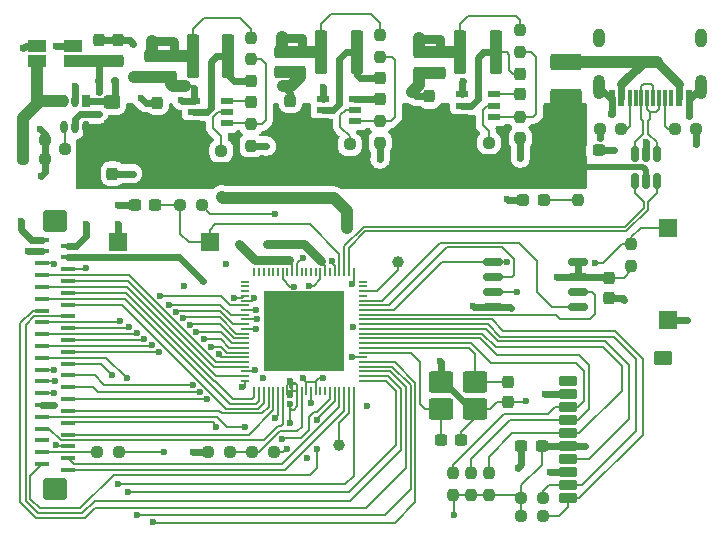
<source format=gbr>
%TF.GenerationSoftware,KiCad,Pcbnew,9.0.3*%
%TF.CreationDate,2025-07-24T02:47:58+05:30*%
%TF.ProjectId,DevBoard_F1C100s_Rev2,44657642-6f61-4726-945f-463143313030,rev?*%
%TF.SameCoordinates,Original*%
%TF.FileFunction,Copper,L1,Top*%
%TF.FilePolarity,Positive*%
%FSLAX46Y46*%
G04 Gerber Fmt 4.6, Leading zero omitted, Abs format (unit mm)*
G04 Created by KiCad (PCBNEW 9.0.3) date 2025-07-24 02:47:58*
%MOMM*%
%LPD*%
G01*
G04 APERTURE LIST*
G04 Aperture macros list*
%AMRoundRect*
0 Rectangle with rounded corners*
0 $1 Rounding radius*
0 $2 $3 $4 $5 $6 $7 $8 $9 X,Y pos of 4 corners*
0 Add a 4 corners polygon primitive as box body*
4,1,4,$2,$3,$4,$5,$6,$7,$8,$9,$2,$3,0*
0 Add four circle primitives for the rounded corners*
1,1,$1+$1,$2,$3*
1,1,$1+$1,$4,$5*
1,1,$1+$1,$6,$7*
1,1,$1+$1,$8,$9*
0 Add four rect primitives between the rounded corners*
20,1,$1+$1,$2,$3,$4,$5,0*
20,1,$1+$1,$4,$5,$6,$7,0*
20,1,$1+$1,$6,$7,$8,$9,0*
20,1,$1+$1,$8,$9,$2,$3,0*%
G04 Aperture macros list end*
%TA.AperFunction,SMDPad,CuDef*%
%ADD10RoundRect,0.172500X-0.627500X-0.402500X0.627500X-0.402500X0.627500X0.402500X-0.627500X0.402500X0*%
%TD*%
%TA.AperFunction,SMDPad,CuDef*%
%ADD11RoundRect,0.127500X-0.672500X-0.297500X0.672500X-0.297500X0.672500X0.297500X-0.672500X0.297500X0*%
%TD*%
%TA.AperFunction,SMDPad,CuDef*%
%ADD12RoundRect,0.237500X-0.250000X-0.237500X0.250000X-0.237500X0.250000X0.237500X-0.250000X0.237500X0*%
%TD*%
%TA.AperFunction,SMDPad,CuDef*%
%ADD13RoundRect,0.250000X0.300000X1.600000X-0.300000X1.600000X-0.300000X-1.600000X0.300000X-1.600000X0*%
%TD*%
%TA.AperFunction,SMDPad,CuDef*%
%ADD14RoundRect,0.237500X-0.237500X0.300000X-0.237500X-0.300000X0.237500X-0.300000X0.237500X0.300000X0*%
%TD*%
%TA.AperFunction,SMDPad,CuDef*%
%ADD15R,1.000000X0.599999*%
%TD*%
%TA.AperFunction,SMDPad,CuDef*%
%ADD16RoundRect,0.237500X0.237500X-0.300000X0.237500X0.300000X-0.237500X0.300000X-0.237500X-0.300000X0*%
%TD*%
%TA.AperFunction,SMDPad,CuDef*%
%ADD17RoundRect,0.237500X-0.237500X0.250000X-0.237500X-0.250000X0.237500X-0.250000X0.237500X0.250000X0*%
%TD*%
%TA.AperFunction,SMDPad,CuDef*%
%ADD18RoundRect,0.237500X0.250000X0.237500X-0.250000X0.237500X-0.250000X-0.237500X0.250000X-0.237500X0*%
%TD*%
%TA.AperFunction,SMDPad,CuDef*%
%ADD19RoundRect,0.162500X-0.650000X-0.162500X0.650000X-0.162500X0.650000X0.162500X-0.650000X0.162500X0*%
%TD*%
%TA.AperFunction,SMDPad,CuDef*%
%ADD20C,1.000000*%
%TD*%
%TA.AperFunction,SMDPad,CuDef*%
%ADD21RoundRect,0.250000X0.450000X-0.325000X0.450000X0.325000X-0.450000X0.325000X-0.450000X-0.325000X0*%
%TD*%
%TA.AperFunction,SMDPad,CuDef*%
%ADD22RoundRect,0.237500X0.237500X-0.250000X0.237500X0.250000X-0.237500X0.250000X-0.237500X-0.250000X0*%
%TD*%
%TA.AperFunction,SMDPad,CuDef*%
%ADD23R,1.500000X1.500000*%
%TD*%
%TA.AperFunction,SMDPad,CuDef*%
%ADD24RoundRect,0.250000X-0.800000X-0.650000X0.800000X-0.650000X0.800000X0.650000X-0.800000X0.650000X0*%
%TD*%
%TA.AperFunction,SMDPad,CuDef*%
%ADD25RoundRect,0.150000X-0.150000X0.512500X-0.150000X-0.512500X0.150000X-0.512500X0.150000X0.512500X0*%
%TD*%
%TA.AperFunction,SMDPad,CuDef*%
%ADD26RoundRect,0.237500X-0.300000X-0.237500X0.300000X-0.237500X0.300000X0.237500X-0.300000X0.237500X0*%
%TD*%
%TA.AperFunction,SMDPad,CuDef*%
%ADD27RoundRect,0.150000X0.150000X0.200000X-0.150000X0.200000X-0.150000X-0.200000X0.150000X-0.200000X0*%
%TD*%
%TA.AperFunction,SMDPad,CuDef*%
%ADD28RoundRect,0.237500X0.300000X0.237500X-0.300000X0.237500X-0.300000X-0.237500X0.300000X-0.237500X0*%
%TD*%
%TA.AperFunction,SMDPad,CuDef*%
%ADD29R,1.500000X1.000000*%
%TD*%
%TA.AperFunction,SMDPad,CuDef*%
%ADD30R,0.650000X1.060000*%
%TD*%
%TA.AperFunction,SMDPad,CuDef*%
%ADD31O,0.650000X1.060000*%
%TD*%
%TA.AperFunction,SMDPad,CuDef*%
%ADD32RoundRect,0.180000X-0.820000X0.720000X-0.820000X-0.720000X0.820000X-0.720000X0.820000X0.720000X0*%
%TD*%
%TA.AperFunction,SMDPad,CuDef*%
%ADD33O,1.250000X0.400000*%
%TD*%
%TA.AperFunction,SMDPad,CuDef*%
%ADD34R,0.800000X0.200000*%
%TD*%
%TA.AperFunction,SMDPad,CuDef*%
%ADD35R,0.200000X0.800000*%
%TD*%
%TA.AperFunction,SMDPad,CuDef*%
%ADD36R,6.740000X6.740000*%
%TD*%
%TA.AperFunction,SMDPad,CuDef*%
%ADD37RoundRect,0.250001X1.074999X-0.462499X1.074999X0.462499X-1.074999X0.462499X-1.074999X-0.462499X0*%
%TD*%
%TA.AperFunction,SMDPad,CuDef*%
%ADD38RoundRect,0.237500X-0.287500X-0.237500X0.287500X-0.237500X0.287500X0.237500X-0.287500X0.237500X0*%
%TD*%
%TA.AperFunction,SMDPad,CuDef*%
%ADD39R,0.600000X1.450000*%
%TD*%
%TA.AperFunction,SMDPad,CuDef*%
%ADD40R,0.300000X1.450000*%
%TD*%
%TA.AperFunction,HeatsinkPad*%
%ADD41O,1.000000X2.100000*%
%TD*%
%TA.AperFunction,HeatsinkPad*%
%ADD42O,1.000000X1.600000*%
%TD*%
%TA.AperFunction,ViaPad*%
%ADD43C,0.600000*%
%TD*%
%TA.AperFunction,Conductor*%
%ADD44C,0.200000*%
%TD*%
%TA.AperFunction,Conductor*%
%ADD45C,0.600000*%
%TD*%
%TA.AperFunction,Conductor*%
%ADD46C,1.000000*%
%TD*%
%TA.AperFunction,Conductor*%
%ADD47C,0.800000*%
%TD*%
%TA.AperFunction,Conductor*%
%ADD48C,0.160000*%
%TD*%
%TA.AperFunction,Conductor*%
%ADD49C,0.500000*%
%TD*%
G04 APERTURE END LIST*
D10*
%TO.P,J2,*%
%TO.N,*%
X184300000Y-62200000D03*
D11*
%TO.P,J2,1,DAT2*%
%TO.N,/SDC0_D2*%
X176250000Y-66400000D03*
%TO.P,J2,2,DAT3/CD*%
%TO.N,/SDC0_D3*%
X176250000Y-67500000D03*
%TO.P,J2,3,CMD*%
%TO.N,/SDC0_CMD*%
X176250000Y-68600000D03*
%TO.P,J2,4,VDD*%
%TO.N,3.3V*%
X176250000Y-69700000D03*
%TO.P,J2,5,CLK*%
%TO.N,/SDC0_CLK*%
X176250000Y-70800000D03*
%TO.P,J2,6,VSS*%
%TO.N,GND*%
X176250000Y-71900000D03*
%TO.P,J2,7,DAT0*%
%TO.N,/SDC0_D0*%
X176250000Y-73000000D03*
%TO.P,J2,8,DAT1*%
%TO.N,/SDC0_D1*%
X176250000Y-74100000D03*
%TO.P,J2,9,DET*%
%TO.N,unconnected-(J2-DET-Pad9)*%
X176250000Y-64200000D03*
%TO.P,J2,10,SHIELD*%
%TO.N,GND*%
X176250000Y-65300000D03*
%TD*%
D12*
%TO.P,R17,2*%
%TO.N,Net-(U5-EN)*%
X146862499Y-44683370D03*
%TO.P,R17,1*%
%TO.N,5V*%
X145037499Y-44683370D03*
%TD*%
D13*
%TO.P,L2,2*%
%TO.N,1.1V*%
X144449999Y-36687499D03*
%TO.P,L2,1*%
%TO.N,Net-(U5-SW)*%
X147449999Y-36687499D03*
%TD*%
D14*
%TO.P,C32,2*%
%TO.N,GND*%
X140797384Y-38412499D03*
%TO.P,C32,1*%
%TO.N,1.1V*%
X140797384Y-36687499D03*
%TD*%
D15*
%TO.P,U5,6,VBST*%
%TO.N,Net-(U5-VBST)*%
X147324999Y-40437500D03*
%TO.P,U5,5,EN*%
%TO.N,Net-(U5-EN)*%
X147324999Y-41387501D03*
%TO.P,U5,4,VFB*%
%TO.N,Net-(U5-VFB)*%
X147324999Y-42337499D03*
%TO.P,U5,3,VIN*%
%TO.N,5V*%
X144574999Y-42337499D03*
%TO.P,U5,2,SW*%
%TO.N,Net-(U5-SW)*%
X144574999Y-41387501D03*
%TO.P,U5,1,GND*%
%TO.N,GND*%
X144574999Y-40437500D03*
%TD*%
D14*
%TO.P,C35,2*%
%TO.N,GND*%
X142647384Y-38412499D03*
%TO.P,C35,1*%
%TO.N,1.1V*%
X142647384Y-36687499D03*
%TD*%
D16*
%TO.P,C26,2*%
%TO.N,GND*%
X141450000Y-40612500D03*
%TO.P,C26,1*%
%TO.N,5V*%
X141450000Y-42337500D03*
%TD*%
%TO.P,C29,2*%
%TO.N,Net-(U5-SW)*%
X149400000Y-38800501D03*
%TO.P,C29,1*%
%TO.N,Net-(U5-VBST)*%
X149400000Y-40525501D03*
%TD*%
D17*
%TO.P,R21,2*%
%TO.N,GND*%
X149400000Y-44250500D03*
%TO.P,R21,1*%
%TO.N,Net-(U5-VFB)*%
X149400000Y-42425500D03*
%TD*%
%TO.P,R20,2*%
%TO.N,Net-(U5-VFB)*%
X149400000Y-36925501D03*
%TO.P,R20,1*%
%TO.N,1.1V*%
X149400000Y-35100501D03*
%TD*%
D15*
%TO.P,U7,1,GND*%
%TO.N,GND*%
X167249999Y-39900001D03*
%TO.P,U7,2,SW*%
%TO.N,Net-(U7-SW)*%
X167249999Y-40850002D03*
%TO.P,U7,3,VIN*%
%TO.N,5V*%
X167249999Y-41800000D03*
%TO.P,U7,4,VFB*%
%TO.N,Net-(U7-VFB)*%
X169999999Y-41800000D03*
%TO.P,U7,5,EN*%
%TO.N,Net-(U7-EN)*%
X169999999Y-40850002D03*
%TO.P,U7,6,VBST*%
%TO.N,Net-(U7-VBST)*%
X169999999Y-39900001D03*
%TD*%
D17*
%TO.P,R25,1*%
%TO.N,Net-(U7-VFB)*%
X172199999Y-41800000D03*
%TO.P,R25,2*%
%TO.N,GND*%
X172199999Y-43625000D03*
%TD*%
D12*
%TO.P,R19,1*%
%TO.N,5V*%
X167712499Y-44000001D03*
%TO.P,R19,2*%
%TO.N,Net-(U7-EN)*%
X169537499Y-44000001D03*
%TD*%
D16*
%TO.P,C31,1*%
%TO.N,Net-(U7-VBST)*%
X172199999Y-39900001D03*
%TO.P,C31,2*%
%TO.N,Net-(U7-SW)*%
X172199999Y-38175001D03*
%TD*%
D13*
%TO.P,L4,1*%
%TO.N,Net-(U7-SW)*%
X170124999Y-36350001D03*
%TO.P,L4,2*%
%TO.N,3.3V*%
X167124999Y-36350001D03*
%TD*%
D17*
%TO.P,R24,1*%
%TO.N,3.3V*%
X172199999Y-34487501D03*
%TO.P,R24,2*%
%TO.N,Net-(U7-VFB)*%
X172199999Y-36312501D03*
%TD*%
D16*
%TO.P,C28,1*%
%TO.N,5V*%
X164499999Y-41800000D03*
%TO.P,C28,2*%
%TO.N,GND*%
X164499999Y-40075000D03*
%TD*%
D14*
%TO.P,C34,1*%
%TO.N,3.3V*%
X163599999Y-36337501D03*
%TO.P,C34,2*%
%TO.N,GND*%
X163599999Y-38062501D03*
%TD*%
%TO.P,C37,1*%
%TO.N,3.3V*%
X165399999Y-36337501D03*
%TO.P,C37,2*%
%TO.N,GND*%
X165399999Y-38062501D03*
%TD*%
D18*
%TO.P,R4,1*%
%TO.N,3.3V*%
X145212500Y-49300000D03*
%TO.P,R4,2*%
%TO.N,Net-(U1-~{RESET})*%
X143387500Y-49300000D03*
%TD*%
D19*
%TO.P,U2,1,~{CS}*%
%TO.N,/SPI0_CS*%
X169879450Y-54095000D03*
%TO.P,U2,2,DO/IO_{1}*%
%TO.N,/SPI0_MISO*%
X169879450Y-55365000D03*
%TO.P,U2,3,~{WP}/IO_{2}*%
%TO.N,3.3V*%
X169879450Y-56635000D03*
%TO.P,U2,4,GND*%
%TO.N,GND*%
X169879450Y-57905000D03*
%TO.P,U2,5,DI/IO_{0}*%
%TO.N,/SPI0_MOSI*%
X177054450Y-57905000D03*
%TO.P,U2,6,CLK*%
%TO.N,/SPI0_CLK*%
X177054450Y-56635000D03*
%TO.P,U2,7,~{HOLD}/~{RESET}/IO_{3}*%
%TO.N,3.3V*%
X177054450Y-55365000D03*
%TO.P,U2,8,VCC*%
X177054450Y-54095000D03*
%TD*%
D17*
%TO.P,R22,1*%
%TO.N,2.6V*%
X160325000Y-34877499D03*
%TO.P,R22,2*%
%TO.N,Net-(U6-VFB)*%
X160325000Y-36702499D03*
%TD*%
D15*
%TO.P,U6,1,GND*%
%TO.N,GND*%
X155450000Y-40249999D03*
%TO.P,U6,2,SW*%
%TO.N,Net-(U6-SW)*%
X155450000Y-41200000D03*
%TO.P,U6,3,VIN*%
%TO.N,5V*%
X155450000Y-42149998D03*
%TO.P,U6,4,VFB*%
%TO.N,Net-(U6-VFB)*%
X158200000Y-42149998D03*
%TO.P,U6,5,EN*%
%TO.N,Net-(U6-EN)*%
X158200000Y-41200000D03*
%TO.P,U6,6,VBST*%
%TO.N,Net-(U6-VBST)*%
X158200000Y-40249999D03*
%TD*%
D20*
%TO.P,TP1,1,1*%
%TO.N,/PWM1*%
X156850000Y-69600000D03*
%TD*%
D21*
%TO.P,L1,1*%
%TO.N,5V*%
X137600000Y-42612500D03*
%TO.P,L1,2*%
%TO.N,Net-(D1-A)*%
X137600000Y-40562500D03*
%TD*%
D16*
%TO.P,C19,1*%
%TO.N,GND*%
X171107971Y-65952500D03*
%TO.P,C19,2*%
%TO.N,/HOSCO*%
X171107971Y-64227500D03*
%TD*%
D22*
%TO.P,R8,1*%
%TO.N,3.3V*%
X169550000Y-73812500D03*
%TO.P,R8,2*%
%TO.N,/SDC0_CMD*%
X169550000Y-71987500D03*
%TD*%
D23*
%TO.P,SW2,1,1*%
%TO.N,GND*%
X138100000Y-52400000D03*
%TO.P,SW2,2,2*%
%TO.N,Net-(U1-~{RESET})*%
X145900000Y-52400000D03*
%TD*%
D20*
%TO.P,TP7,1,1*%
%TO.N,5V*%
X174850000Y-44550000D03*
%TD*%
D18*
%TO.P,R11,1*%
%TO.N,5V*%
X135437500Y-44537500D03*
%TO.P,R11,2*%
%TO.N,Net-(U3-CTRL)*%
X133612500Y-44537500D03*
%TD*%
D22*
%TO.P,R10,1*%
%TO.N,3.3V*%
X166500000Y-73812500D03*
%TO.P,R10,2*%
%TO.N,/SDC0_D2*%
X166500000Y-71987500D03*
%TD*%
D12*
%TO.P,R15,1*%
%TO.N,Net-(JP2-A)*%
X130100000Y-45350000D03*
%TO.P,R15,2*%
%TO.N,GND*%
X131925000Y-45350000D03*
%TD*%
D18*
%TO.P,R13,1*%
%TO.N,Net-(J3-CC2)*%
X180744500Y-42800000D03*
%TO.P,R13,2*%
%TO.N,GND*%
X178919500Y-42800000D03*
%TD*%
D12*
%TO.P,R14,1*%
%TO.N,Net-(JP2-A)*%
X130100000Y-43800000D03*
%TO.P,R14,2*%
%TO.N,GND*%
X131925000Y-43800000D03*
%TD*%
D16*
%TO.P,C25,1*%
%TO.N,Net-(D1-K)*%
X136500000Y-37062500D03*
%TO.P,C25,2*%
%TO.N,GND*%
X136500000Y-35337500D03*
%TD*%
D24*
%TO.P,Y1,1,1*%
%TO.N,/HOSCI*%
X165475000Y-66533212D03*
%TO.P,Y1,2,2*%
%TO.N,GND*%
X168375000Y-66533212D03*
%TO.P,Y1,3,3*%
%TO.N,/HOSCO*%
X168375000Y-64233212D03*
%TO.P,Y1,4,4*%
%TO.N,GND*%
X165475000Y-64233212D03*
%TD*%
D14*
%TO.P,C21,1*%
%TO.N,3.3V*%
X179700000Y-55437500D03*
%TO.P,C21,2*%
%TO.N,GND*%
X179700000Y-57162500D03*
%TD*%
D25*
%TO.P,U4,1,I/O1*%
%TO.N,/Power/D-*%
X183764000Y-44958000D03*
%TO.P,U4,2,GND*%
%TO.N,GND*%
X182814000Y-44958000D03*
%TO.P,U4,3,I/O2*%
%TO.N,/Power/D+*%
X181864000Y-44958000D03*
%TO.P,U4,4,I/O2*%
%TO.N,USB_P*%
X181864000Y-47233000D03*
%TO.P,U4,5,VBUS*%
%TO.N,5V*%
X182814000Y-47233000D03*
%TO.P,U4,6,I/O1*%
%TO.N,USB_N*%
X183764000Y-47233000D03*
%TD*%
D22*
%TO.P,R9,1*%
%TO.N,3.3V*%
X168025000Y-73812500D03*
%TO.P,R9,2*%
%TO.N,/SDC0_D3*%
X168025000Y-71987500D03*
%TD*%
D12*
%TO.P,R5,1*%
%TO.N,3.3V*%
X172287500Y-75625000D03*
%TO.P,R5,2*%
%TO.N,/SDC0_D1*%
X174112500Y-75625000D03*
%TD*%
D26*
%TO.P,C23,1*%
%TO.N,5V*%
X177087500Y-44650000D03*
%TO.P,C23,2*%
%TO.N,GND*%
X178812500Y-44650000D03*
%TD*%
D16*
%TO.P,C27,1*%
%TO.N,5V*%
X152725000Y-42149998D03*
%TO.P,C27,2*%
%TO.N,GND*%
X152725000Y-40424998D03*
%TD*%
D27*
%TO.P,D1,1,K*%
%TO.N,Net-(D1-K)*%
X136500000Y-38787500D03*
%TO.P,D1,2,A*%
%TO.N,Net-(D1-A)*%
X137900000Y-38787500D03*
%TD*%
D28*
%TO.P,C16,1*%
%TO.N,Net-(U1-~{RESET})*%
X141262500Y-49300000D03*
%TO.P,C16,2*%
%TO.N,GND*%
X139537500Y-49300000D03*
%TD*%
D29*
%TO.P,JP2,1,A*%
%TO.N,Net-(JP2-A)*%
X131250000Y-37100000D03*
%TO.P,JP2,2,B*%
%TO.N,VLEDK*%
X131250000Y-35800000D03*
%TD*%
D16*
%TO.P,C24,1*%
%TO.N,Net-(D1-K)*%
X138100000Y-37050000D03*
%TO.P,C24,2*%
%TO.N,GND*%
X138100000Y-35325000D03*
%TD*%
D22*
%TO.P,R6,1*%
%TO.N,3.3V*%
X181600000Y-54389277D03*
%TO.P,R6,2*%
%TO.N,/SPI0_CS*%
X181600000Y-52564277D03*
%TD*%
D18*
%TO.P,R3,1*%
%TO.N,Net-(U1-SVREF)*%
X147600000Y-70200000D03*
%TO.P,R3,2*%
%TO.N,GND*%
X145775000Y-70200000D03*
%TD*%
D30*
%TO.P,U3,1,SW*%
%TO.N,Net-(D1-A)*%
X135450001Y-40487500D03*
D31*
%TO.P,U3,2,GND*%
%TO.N,GND*%
X134500000Y-40487500D03*
%TO.P,U3,3,FB*%
%TO.N,Net-(JP2-A)*%
X133549999Y-40487500D03*
%TO.P,U3,4,CTRL*%
%TO.N,Net-(U3-CTRL)*%
X133549999Y-42687500D03*
%TO.P,U3,5,OV*%
%TO.N,Net-(D1-K)*%
X134500000Y-42687500D03*
%TO.P,U3,6,VIN*%
%TO.N,5V*%
X135450001Y-42687500D03*
%TD*%
D14*
%TO.P,C33,1*%
%TO.N,2.6V*%
X151875000Y-36289999D03*
%TO.P,C33,2*%
%TO.N,GND*%
X151875000Y-38014999D03*
%TD*%
D32*
%TO.P,J1,*%
%TO.N,*%
X132800000Y-50600000D03*
X132800000Y-73300000D03*
D33*
%TO.P,J1,1,LEDK*%
%TO.N,VLEDK*%
X131675000Y-52200000D03*
%TO.P,J1,2,LEDA*%
%TO.N,VLEDA*%
X133925000Y-52700000D03*
%TO.P,J1,3,GND*%
%TO.N,GND*%
X131675000Y-53200000D03*
%TO.P,J1,4,VCC*%
%TO.N,3.3V*%
X133925000Y-53700000D03*
%TO.P,J1,5,R0*%
%TO.N,/LCD_D16*%
X131675000Y-54200000D03*
%TO.P,J1,6,R1*%
%TO.N,/LCD_D17*%
X133925000Y-54700000D03*
%TO.P,J1,7,R2*%
%TO.N,/LCD_D18*%
X131675000Y-55200000D03*
%TO.P,J1,8,R3*%
%TO.N,/LCD_D19*%
X133925000Y-55700000D03*
%TO.P,J1,9,R4*%
%TO.N,/LCD_D20*%
X131675000Y-56200000D03*
%TO.P,J1,10,R5*%
%TO.N,/LCD_D21*%
X133925000Y-56700000D03*
%TO.P,J1,11,R6*%
%TO.N,/LCD_D22*%
X131675000Y-57200000D03*
%TO.P,J1,12,R7*%
%TO.N,/LCD_D23*%
X133925000Y-57700000D03*
%TO.P,J1,13,G0*%
%TO.N,/LCD_D8*%
X131675000Y-58200000D03*
%TO.P,J1,14,G1*%
%TO.N,/LCD_D9*%
X133925000Y-58700000D03*
%TO.P,J1,15,G2*%
%TO.N,/LCD_D10*%
X131675000Y-59200000D03*
%TO.P,J1,16,G3*%
%TO.N,/LCD_D11*%
X133925000Y-59700000D03*
%TO.P,J1,17,G4*%
%TO.N,/LCD_D12*%
X131675000Y-60200000D03*
%TO.P,J1,18,G5*%
%TO.N,/LCD_D13*%
X133925000Y-60700000D03*
%TO.P,J1,19,G6*%
%TO.N,/LCD_D14*%
X131675000Y-61200000D03*
%TO.P,J1,20,G7*%
%TO.N,/LCD_D15*%
X133925000Y-61700000D03*
%TO.P,J1,21,B0*%
%TO.N,/LCD_D0*%
X131675000Y-62200000D03*
%TO.P,J1,22,B1*%
%TO.N,/LCD_D1*%
X133925000Y-62700000D03*
%TO.P,J1,23,B2*%
%TO.N,/LCD_D2*%
X131675000Y-63200000D03*
%TO.P,J1,24,B3*%
%TO.N,/LCD_D3*%
X133925000Y-63700000D03*
%TO.P,J1,25,B4*%
%TO.N,/LCD_D4*%
X131675000Y-64200000D03*
%TO.P,J1,26,B5*%
%TO.N,/LCD_D5*%
X133925000Y-64700000D03*
%TO.P,J1,27,B6*%
%TO.N,/LCD_D6*%
X131675000Y-65200000D03*
%TO.P,J1,28,B7*%
%TO.N,/LCD_D7*%
X133925000Y-65700000D03*
%TO.P,J1,29,GND*%
%TO.N,GND*%
X131675000Y-66200000D03*
%TO.P,J1,30,PCLK*%
%TO.N,/LCD_CLK*%
X133925000Y-66700000D03*
%TO.P,J1,31,SDO*%
%TO.N,/SPI1_MISO*%
X131675000Y-67200000D03*
%TO.P,J1,32,HSYNC*%
%TO.N,/LCD_HSYNC*%
X133925000Y-67700000D03*
%TO.P,J1,33,VSYNC*%
%TO.N,/LCD_VSYNC*%
X131675000Y-68200000D03*
%TO.P,J1,34,DEN*%
%TO.N,/LCD_DE*%
X133925000Y-68700000D03*
%TO.P,J1,35,NC*%
%TO.N,unconnected-(J1-NC-Pad35)*%
X131675000Y-69200000D03*
%TO.P,J1,36,GND*%
%TO.N,GND*%
X133925000Y-69700000D03*
%TO.P,J1,37,RESET*%
%TO.N,Net-(J1-RESET)*%
X131675000Y-70200000D03*
%TO.P,J1,38,SDA*%
%TO.N,/SPI1_MOSI*%
X133925000Y-70700000D03*
%TO.P,J1,39,SCL*%
%TO.N,/SPI1_CLK*%
X131675000Y-71200000D03*
%TO.P,J1,40,CS*%
%TO.N,/SPI1_CS*%
X133925000Y-71700000D03*
%TD*%
D26*
%TO.P,C17,1*%
%TO.N,/HOSCI*%
X165475000Y-69200000D03*
%TO.P,C17,2*%
%TO.N,GND*%
X167200000Y-69200000D03*
%TD*%
D14*
%TO.P,C36,1*%
%TO.N,2.6V*%
X153575000Y-36289999D03*
%TO.P,C36,2*%
%TO.N,GND*%
X153575000Y-38014999D03*
%TD*%
D34*
%TO.P,U1,1,HPL*%
%TO.N,unconnected-(U1-HPL-Pad1)*%
X148854450Y-55757500D03*
%TO.P,U1,2,HPCOMFB*%
%TO.N,unconnected-(U1-HPCOMFB-Pad2)*%
X148854450Y-56157500D03*
%TO.P,U1,3,HPCOM*%
%TO.N,unconnected-(U1-HPCOM-Pad3)*%
X148854450Y-56557500D03*
%TO.P,U1,4,HPVCC*%
%TO.N,3.3V*%
X148854450Y-56957500D03*
%TO.P,U1,5,VCC_IO*%
X148854450Y-57357500D03*
%TO.P,U1,6,PD0/LCD_D2/TWI0_SDA*%
%TO.N,/LCD_D2*%
X148854450Y-57757500D03*
%TO.P,U1,7,PD1/LCD_D3/UART1_RTS*%
%TO.N,/LCD_D3*%
X148854450Y-58157500D03*
%TO.P,U1,8,PD2/LCD_D4/UART1_CTS*%
%TO.N,/LCD_D4*%
X148854450Y-58557500D03*
%TO.P,U1,9,PD3/LCD_D5/UART1_RX*%
%TO.N,/LCD_D5*%
X148854450Y-58957500D03*
%TO.P,U1,10,PD4/LCD_D6/UART1_TX*%
%TO.N,/LCD_D6*%
X148854450Y-59357500D03*
%TO.P,U1,11,PD5/LCD_D7/TWI1_SCK*%
%TO.N,/LCD_D7*%
X148854450Y-59757500D03*
%TO.P,U1,12,PD6/LCD_D10/TWI1_SDA*%
%TO.N,/LCD_D10*%
X148854450Y-60157500D03*
%TO.P,U1,13,PD7/LCD_D11/DA_MCLK*%
%TO.N,/LCD_D11*%
X148854450Y-60557500D03*
%TO.P,U1,14,PD8/LCD_D12/DA_BCLK*%
%TO.N,/LCD_D12*%
X148854450Y-60957500D03*
%TO.P,U1,15,PD9/LCD_D13/DA_LRCK*%
%TO.N,/LCD_D13*%
X148854450Y-61357500D03*
%TO.P,U1,16,PD10/LCD_D14/DA_IN*%
%TO.N,/LCD_D14*%
X148854450Y-61757500D03*
%TO.P,U1,17,PD11/LCD_D15/DA_OUT*%
%TO.N,/LCD_D15*%
X148854450Y-62157500D03*
%TO.P,U1,18,PD12/LCD_D18/TWI0_SCK*%
%TO.N,/LCD_D18*%
X148854450Y-62557500D03*
%TO.P,U1,19,PD13/LCD_D19/UART2_TX*%
%TO.N,/LCD_D19*%
X148854450Y-62957500D03*
%TO.P,U1,20,VCC_IO*%
%TO.N,3.3V*%
X148854450Y-63357500D03*
%TO.P,U1,21,PD14/LCD_D20/UART2_RX*%
%TO.N,/LCD_D20*%
X148854450Y-63757500D03*
%TO.P,U1,22,VCC_CORE*%
%TO.N,1.1V*%
X148854450Y-64157500D03*
D35*
%TO.P,U1,23,PD15/LCD_D21/UART2_RTS*%
%TO.N,/LCD_D21*%
X149674450Y-64977500D03*
%TO.P,U1,24,PD16/LCD_D22/UART2_CTS*%
%TO.N,/LCD_D22*%
X150074450Y-64977500D03*
%TO.P,U1,25,PD17/LCD_D23/OWA_OUT*%
%TO.N,/LCD_D23*%
X150474450Y-64977500D03*
%TO.P,U1,26,PD18/LCD_CLK/SPI0_CS*%
%TO.N,/LCD_CLK*%
X150874450Y-64977500D03*
%TO.P,U1,27,PD19/LCD_DE/SPI0_MOSI*%
%TO.N,/LCD_DE*%
X151274450Y-64977500D03*
%TO.P,U1,28,PD20/LCD_HSYNC/SPI0_CLK*%
%TO.N,/LCD_HSYNC*%
X151674450Y-64977500D03*
%TO.P,U1,29,PD21/LCD_VSYNC/SPI0_MISO*%
%TO.N,/LCD_VSYNC*%
X152074450Y-64977500D03*
%TO.P,U1,30,VCC_DRAM*%
%TO.N,2.6V*%
X152474450Y-64977500D03*
%TO.P,U1,31,VCC_DRAM*%
X152874450Y-64977500D03*
%TO.P,U1,32,VCC_DRAM*%
X153274450Y-64977500D03*
%TO.P,U1,33,SVREF*%
%TO.N,Net-(U1-SVREF)*%
X153674450Y-64977500D03*
%TO.P,U1,34,VCC_DRAM*%
%TO.N,2.6V*%
X154074450Y-64977500D03*
%TO.P,U1,35,VCC_CORE*%
%TO.N,1.1V*%
X154474450Y-64977500D03*
%TO.P,U1,36,VCC_DRAM*%
%TO.N,2.6V*%
X154874450Y-64977500D03*
%TO.P,U1,37,PE12/DA_MCLK/TWI0_SDA*%
%TO.N,unconnected-(U1-PE12{slash}DA_MCLK{slash}TWI0_SDA-Pad37)*%
X155274450Y-64977500D03*
%TO.P,U1,38,PE11/CLK_OUT/TWI0_SCK*%
%TO.N,unconnected-(U1-PE11{slash}CLK_OUT{slash}TWI0_SCK-Pad38)*%
X155674450Y-64977500D03*
%TO.P,U1,39,PE10/CSI_D7/UART2_CTS/SPI1_MISO*%
%TO.N,/SPI1_MISO*%
X156074450Y-64977500D03*
%TO.P,U1,40,PE9/CSI_D6/UART2_RTS/SPI1_CLK*%
%TO.N,/SPI1_CLK*%
X156474450Y-64977500D03*
%TO.P,U1,41,PE8/CSI_D5/UART2_RX/SPI1_MOSI*%
%TO.N,/SPI1_MOSI*%
X156874450Y-64977500D03*
%TO.P,U1,42,PE7/CSI_D4/UART2_TX/SPI1_CS*%
%TO.N,/SPI1_CS*%
X157274450Y-64977500D03*
%TO.P,U1,43,PE6/CSI_D3/PWM1*%
%TO.N,/PWM1*%
X157674450Y-64977500D03*
%TO.P,U1,44,PE5/CSI_D2/LCD_D17*%
%TO.N,/LCD_D17*%
X158074450Y-64977500D03*
D34*
%TO.P,U1,45,PE4/CSI_D1/LCD_D16*%
%TO.N,/LCD_D16*%
X158894450Y-64157500D03*
%TO.P,U1,46,PE3/CSI_D0/LCD_D9*%
%TO.N,/LCD_D9*%
X158894450Y-63757500D03*
%TO.P,U1,47,PE2/CSI_PCLK/LCD_D8*%
%TO.N,/LCD_D8*%
X158894450Y-63357500D03*
%TO.P,U1,48,PE1/CSI_VSYNC/LCD_D1*%
%TO.N,/LCD_D1*%
X158894450Y-62957500D03*
%TO.P,U1,49,PE0/CSI_HSYNC/LCD_D0*%
%TO.N,/LCD_D0*%
X158894450Y-62557500D03*
%TO.P,U1,50,VCC_IO*%
%TO.N,3.3V*%
X158894450Y-62157500D03*
%TO.P,U1,51,HOSCI*%
%TO.N,/HOSCI*%
X158894450Y-61757500D03*
%TO.P,U1,52,HOSCO*%
%TO.N,/HOSCO*%
X158894450Y-61357500D03*
%TO.P,U1,53,PF5/SDC0_D2/DBG_CK*%
%TO.N,/SDC0_D2*%
X158894450Y-60957500D03*
%TO.P,U1,54,PF4/SDC0_D3/UART0_TX*%
%TO.N,/SDC0_D3*%
X158894450Y-60557500D03*
%TO.P,U1,55,PF3/SDC0_CMD/DBG_DO*%
%TO.N,/SDC0_CMD*%
X158894450Y-60157500D03*
%TO.P,U1,56,PF2/SDC0_CLK/UART0_RX*%
%TO.N,/SDC0_CLK*%
X158894450Y-59757500D03*
%TO.P,U1,57,PF1/SDC0_D0/DBG_DI*%
%TO.N,/SDC0_D0*%
X158894450Y-59357500D03*
%TO.P,U1,58,PF0/SDC0_D1/DBG_MS*%
%TO.N,/SDC0_D1*%
X158894450Y-58957500D03*
%TO.P,U1,59,PC0/SPI0_CLK/SDC1_CLK*%
%TO.N,/SPI0_CLK*%
X158894450Y-58557500D03*
%TO.P,U1,60,PC1/SPI0_CS/SDC1_CMD*%
%TO.N,/SPI0_CS*%
X158894450Y-58157500D03*
%TO.P,U1,61,PC2/SPI0_MISO/SDC1_D0*%
%TO.N,/SPI0_MISO*%
X158894450Y-57757500D03*
%TO.P,U1,62,PC3/SPI0_MOSI/UART0_TX*%
%TO.N,/SPI0_MOSI*%
X158894450Y-57357500D03*
%TO.P,U1,63,PA3/TPY2/IR_RX*%
%TO.N,unconnected-(U1-PA3{slash}TPY2{slash}IR_RX-Pad63)*%
X158894450Y-56957500D03*
%TO.P,U1,64,PA2/TPY1/PWM0*%
%TO.N,/PWM0*%
X158894450Y-56557500D03*
%TO.P,U1,65,PA1/TPX2*%
%TO.N,unconnected-(U1-PA1{slash}TPX2-Pad65)*%
X158894450Y-56157500D03*
%TO.P,U1,66,PA0/TPX1*%
%TO.N,unconnected-(U1-PA0{slash}TPX1-Pad66)*%
X158894450Y-55757500D03*
D35*
%TO.P,U1,67,USB_VCC*%
%TO.N,3.3V*%
X158074450Y-54937500D03*
%TO.P,U1,68,USB_DM*%
%TO.N,USB_N*%
X157674450Y-54937500D03*
%TO.P,U1,69,USB_DP*%
%TO.N,USB_P*%
X157274450Y-54937500D03*
%TO.P,U1,70,~{RESET}*%
%TO.N,Net-(U1-~{RESET})*%
X156874450Y-54937500D03*
%TO.P,U1,71,VCC_CORE*%
%TO.N,1.1V*%
X156474450Y-54937500D03*
%TO.P,U1,72,TVOUT*%
%TO.N,unconnected-(U1-TVOUT-Pad72)*%
X156074450Y-54937500D03*
%TO.P,U1,73,TV_VCC*%
%TO.N,3.3V*%
X155674450Y-54937500D03*
%TO.P,U1,74,TVGND*%
%TO.N,GND*%
X155274450Y-54937500D03*
%TO.P,U1,75,TV_VRN*%
%TO.N,unconnected-(U1-TV_VRN-Pad75)*%
X154874450Y-54937500D03*
%TO.P,U1,76,TV_VRP*%
%TO.N,unconnected-(U1-TV_VRP-Pad76)*%
X154474450Y-54937500D03*
%TO.P,U1,77,TVIN1*%
%TO.N,unconnected-(U1-TVIN1-Pad77)*%
X154074450Y-54937500D03*
%TO.P,U1,78,TVIN0*%
%TO.N,unconnected-(U1-TVIN0-Pad78)*%
X153674450Y-54937500D03*
%TO.P,U1,79,LRADC0*%
%TO.N,/LRADC0*%
X153274450Y-54937500D03*
%TO.P,U1,80,AVCC*%
%TO.N,2.6V*%
X152874450Y-54937500D03*
%TO.P,U1,81,VRA1*%
%TO.N,unconnected-(U1-VRA1-Pad81)*%
X152474450Y-54937500D03*
%TO.P,U1,82,AGND*%
%TO.N,GND*%
X152074450Y-54937500D03*
%TO.P,U1,83,VRA2*%
%TO.N,unconnected-(U1-VRA2-Pad83)*%
X151674450Y-54937500D03*
%TO.P,U1,84,FMINL*%
%TO.N,unconnected-(U1-FMINL-Pad84)*%
X151274450Y-54937500D03*
%TO.P,U1,85,FMINR*%
%TO.N,unconnected-(U1-FMINR-Pad85)*%
X150874450Y-54937500D03*
%TO.P,U1,86,LINEIN*%
%TO.N,unconnected-(U1-LINEIN-Pad86)*%
X150474450Y-54937500D03*
%TO.P,U1,87,MICIN*%
%TO.N,unconnected-(U1-MICIN-Pad87)*%
X150074450Y-54937500D03*
%TO.P,U1,88,HPR*%
%TO.N,unconnected-(U1-HPR-Pad88)*%
X149674450Y-54937500D03*
D36*
%TO.P,U1,89,GND*%
%TO.N,GND*%
X153874450Y-59957500D03*
%TD*%
D13*
%TO.P,L3,1*%
%TO.N,Net-(U6-SW)*%
X158325000Y-36289999D03*
%TO.P,L3,2*%
%TO.N,2.6V*%
X155325000Y-36289999D03*
%TD*%
D18*
%TO.P,R2,1*%
%TO.N,2.6V*%
X151325000Y-70200000D03*
%TO.P,R2,2*%
%TO.N,Net-(U1-SVREF)*%
X149500000Y-70200000D03*
%TD*%
D23*
%TO.P,SW3,1,1*%
%TO.N,GND*%
X184700000Y-58989277D03*
%TO.P,SW3,2,2*%
%TO.N,/SPI0_CS*%
X184700000Y-51189277D03*
%TD*%
D16*
%TO.P,C30,1*%
%TO.N,Net-(U6-VBST)*%
X160325000Y-40249999D03*
%TO.P,C30,2*%
%TO.N,Net-(U6-SW)*%
X160325000Y-38524999D03*
%TD*%
D37*
%TO.P,F1,1*%
%TO.N,5V*%
X176100000Y-40102000D03*
%TO.P,F1,2*%
%TO.N,/Power/VBUS*%
X176100000Y-37127000D03*
%TD*%
D12*
%TO.P,R7,1*%
%TO.N,3.3V*%
X172287500Y-74100000D03*
%TO.P,R7,2*%
%TO.N,/SDC0_D0*%
X174112500Y-74100000D03*
%TD*%
%TO.P,R12,1*%
%TO.N,Net-(J3-CC1)*%
X185269500Y-42800000D03*
%TO.P,R12,2*%
%TO.N,GND*%
X187094500Y-42800000D03*
%TD*%
D14*
%TO.P,C22,1*%
%TO.N,5V*%
X137650000Y-44887500D03*
%TO.P,C22,2*%
%TO.N,GND*%
X137650000Y-46612500D03*
%TD*%
D18*
%TO.P,R1,2*%
%TO.N,Net-(J1-RESET)*%
X136387500Y-70200000D03*
%TO.P,R1,1*%
%TO.N,3.3V*%
X138212500Y-70200000D03*
%TD*%
D17*
%TO.P,R23,1*%
%TO.N,Net-(U6-VFB)*%
X160325000Y-42149998D03*
%TO.P,R23,2*%
%TO.N,GND*%
X160325000Y-43974998D03*
%TD*%
D28*
%TO.P,C20,1*%
%TO.N,3.3V*%
X174000000Y-69700000D03*
%TO.P,C20,2*%
%TO.N,GND*%
X172275000Y-69700000D03*
%TD*%
D12*
%TO.P,R18,1*%
%TO.N,5V*%
X155942500Y-44142370D03*
%TO.P,R18,2*%
%TO.N,Net-(U6-EN)*%
X157767500Y-44142370D03*
%TD*%
D38*
%TO.P,D2,1,K*%
%TO.N,GND*%
X172425000Y-48862500D03*
%TO.P,D2,2,A*%
%TO.N,Net-(D2-A)*%
X174175000Y-48862500D03*
%TD*%
D20*
%TO.P,TP2,1,1*%
%TO.N,/PWM0*%
X161800000Y-54050000D03*
%TD*%
D29*
%TO.P,JP1,1,A*%
%TO.N,Net-(D1-K)*%
X134350000Y-37062500D03*
%TO.P,JP1,2,B*%
%TO.N,VLEDA*%
X134350000Y-35762500D03*
%TD*%
D17*
%TO.P,R16,1*%
%TO.N,5V*%
X177050000Y-47037500D03*
%TO.P,R16,2*%
%TO.N,Net-(D2-A)*%
X177050000Y-48862500D03*
%TD*%
D39*
%TO.P,J3,A1,GND*%
%TO.N,GND*%
X186450000Y-40193000D03*
%TO.P,J3,A4,VBUS*%
%TO.N,/Power/VBUS*%
X185650000Y-40193000D03*
D40*
%TO.P,J3,A5,CC1*%
%TO.N,Net-(J3-CC1)*%
X184450000Y-40193000D03*
%TO.P,J3,A6,D+*%
%TO.N,/Power/D+*%
X183450000Y-40193000D03*
%TO.P,J3,A7,D-*%
%TO.N,/Power/D-*%
X182950000Y-40193000D03*
%TO.P,J3,A8,SBU1*%
%TO.N,unconnected-(J3-SBU1-PadA8)*%
X181950000Y-40193000D03*
D39*
%TO.P,J3,A9,VBUS*%
%TO.N,/Power/VBUS*%
X180750000Y-40193000D03*
%TO.P,J3,A12,GND*%
%TO.N,GND*%
X179950000Y-40193000D03*
%TO.P,J3,B1,GND*%
X179950000Y-40193000D03*
%TO.P,J3,B4,VBUS*%
%TO.N,/Power/VBUS*%
X180750000Y-40193000D03*
D40*
%TO.P,J3,B5,CC2*%
%TO.N,Net-(J3-CC2)*%
X181450000Y-40193000D03*
%TO.P,J3,B6,D+*%
%TO.N,/Power/D+*%
X182450000Y-40193000D03*
%TO.P,J3,B7,D-*%
%TO.N,/Power/D-*%
X183950000Y-40193000D03*
%TO.P,J3,B8,SBU2*%
%TO.N,unconnected-(J3-SBU2-PadB8)*%
X184950000Y-40193000D03*
D39*
%TO.P,J3,B9,VBUS*%
%TO.N,/Power/VBUS*%
X185650000Y-40193000D03*
%TO.P,J3,B12,GND*%
%TO.N,GND*%
X186450000Y-40193000D03*
D41*
%TO.P,J3,S1,SHIELD*%
X187520000Y-39278000D03*
D42*
X187520000Y-35098000D03*
D41*
X178880000Y-39278000D03*
D42*
X178880000Y-35098000D03*
%TD*%
D43*
%TO.N,GND*%
X154200000Y-59700000D03*
X156600000Y-62025000D03*
%TO.N,2.6V*%
X152400000Y-69900000D03*
%TO.N,GND*%
X154151240Y-70651240D03*
%TO.N,2.6V*%
X152674450Y-67700000D03*
%TO.N,GND*%
X130500000Y-53200000D03*
X152993051Y-56188369D03*
X154300000Y-56100000D03*
X147300000Y-54300000D03*
X143700000Y-56100000D03*
X144500000Y-70200000D03*
X159200000Y-66300000D03*
X158000687Y-59625000D03*
X150428581Y-63879373D03*
X171400000Y-57957500D03*
X168200000Y-57800000D03*
X181000000Y-57300000D03*
X186300000Y-59000000D03*
X160300000Y-45400000D03*
X143500000Y-40400000D03*
X139500000Y-38400000D03*
X139400000Y-35600000D03*
X134500000Y-39200000D03*
X138100000Y-50900000D03*
X138100000Y-49300000D03*
X139400000Y-46600000D03*
X131500000Y-42800000D03*
X131600000Y-46800000D03*
X140100000Y-40200000D03*
X143800000Y-39200000D03*
X144600000Y-39400000D03*
X150700000Y-44300000D03*
X152100000Y-39200000D03*
X167300000Y-38800000D03*
X155500000Y-39300000D03*
X163000000Y-39700000D03*
X179900000Y-41600000D03*
X186500000Y-41700000D03*
X187100000Y-44100000D03*
X178900000Y-43600000D03*
X182800000Y-43900000D03*
X180100000Y-44600000D03*
X171100000Y-48800000D03*
X172200000Y-45300000D03*
X165400000Y-62500000D03*
X172700000Y-65900000D03*
X174300000Y-65300000D03*
X174700000Y-71900000D03*
X172000000Y-71500000D03*
X132842951Y-69600000D03*
X132700000Y-66200000D03*
%TO.N,VLEDA*%
X135400000Y-50900000D03*
X132900000Y-35800000D03*
%TO.N,VLEDK*%
X130100000Y-36000000D03*
X129900000Y-50600000D03*
%TO.N,3.3V*%
X145300000Y-55700000D03*
X151400000Y-50000000D03*
%TO.N,1.1V*%
X146900000Y-48600000D03*
X157500000Y-51200000D03*
%TO.N,2.6V*%
X151987500Y-35000000D03*
X153712500Y-35100000D03*
%TO.N,1.1V*%
X140999999Y-35387501D03*
X142774999Y-35387501D03*
%TO.N,3.3V*%
X177700000Y-69700000D03*
X166600000Y-75500000D03*
X142000000Y-70200000D03*
X149700000Y-63200000D03*
X171900000Y-56600000D03*
X175300000Y-55400000D03*
%TO.N,/LRADC0*%
X153757853Y-53717147D03*
%TO.N,2.6V*%
X148375000Y-52550000D03*
%TO.N,3.3V*%
X165401307Y-35180999D03*
X163601307Y-35130999D03*
X150750000Y-52600000D03*
X157975000Y-55925000D03*
%TO.N,1.1V*%
X148599000Y-64693860D03*
%TO.N,3.3V*%
X147929897Y-57156500D03*
X149668500Y-57156500D03*
X157975000Y-62150000D03*
%TO.N,1.1V*%
X156274450Y-54025000D03*
%TO.N,3.3V*%
X155350000Y-54100000D03*
%TO.N,1.1V*%
X154450000Y-66000000D03*
%TO.N,/LCD_HSYNC*%
X151424265Y-67324265D03*
%TO.N,/SPI0_CS*%
X178500000Y-54200000D03*
X171066950Y-54100000D03*
%TO.N,Net-(D1-K)*%
X136500000Y-41587500D03*
X136500000Y-39687500D03*
%TO.N,/LCD_D13*%
X145450000Y-60631709D03*
X140344053Y-60599000D03*
%TO.N,/LCD_D3*%
X149850000Y-58150000D03*
X144451473Y-64500000D03*
%TO.N,/SPI1_MISO*%
X148920000Y-68100000D03*
X152007948Y-69109948D03*
%TO.N,/SPI1_CLK*%
X154950735Y-67450735D03*
X154950000Y-69900000D03*
%TO.N,/LCD_D6*%
X132750000Y-65200000D03*
X143048245Y-58299715D03*
%TO.N,/LCD_D11*%
X139096665Y-59596984D03*
X144199902Y-59410050D03*
%TO.N,/LCD_D16*%
X138950000Y-73550000D03*
X132750000Y-54300000D03*
%TO.N,/LCD_D4*%
X132800000Y-64200000D03*
X142474265Y-57725735D03*
%TO.N,/LCD_D12*%
X144765589Y-60017060D03*
X139720512Y-60097800D03*
%TO.N,/LCD_D17*%
X138100000Y-72900000D03*
X135450000Y-54600000D03*
%TO.N,/LCD_D14*%
X146024265Y-61275735D03*
X140968342Y-61099265D03*
%TO.N,/LCD_D0*%
X141125000Y-76075000D03*
X138850000Y-63900000D03*
%TO.N,/LCD_D5*%
X145051472Y-65100000D03*
X149856216Y-58949979D03*
%TO.N,/LCD_D10*%
X143613931Y-58865402D03*
X138297052Y-59100000D03*
%TO.N,/LCD_D15*%
X141625735Y-61699265D03*
X146653015Y-61904485D03*
%TO.N,/LCD_D1*%
X137650000Y-63700000D03*
X139750000Y-75550000D03*
%TO.N,/LCD_D7*%
X145650735Y-65699265D03*
X149800000Y-59800000D03*
%TO.N,/LCD_D2*%
X141711537Y-56963007D03*
X132750000Y-63200000D03*
%TO.N,/LCD_HSYNC*%
X146450000Y-68050000D03*
%TO.N,2.6V*%
X155525000Y-63900000D03*
X152674450Y-66125000D03*
X152675000Y-65350000D03*
X153800000Y-63950000D03*
X152625000Y-53925000D03*
X152700000Y-64150000D03*
%TD*%
D44*
%TO.N,Net-(U6-VFB)*%
X158200000Y-42149998D02*
X160325000Y-42149998D01*
%TO.N,/SPI1_MISO*%
X156074450Y-65675550D02*
X156074450Y-64977500D01*
X154950000Y-66800000D02*
X156074450Y-65675550D01*
X154700000Y-66800000D02*
X154950000Y-66800000D01*
X154300000Y-67200000D02*
X154700000Y-66800000D01*
X154300000Y-68300000D02*
X154300000Y-67200000D01*
X152117896Y-69000000D02*
X153600000Y-69000000D01*
X153600000Y-69000000D02*
X154300000Y-68300000D01*
X152007948Y-69109948D02*
X152117896Y-69000000D01*
%TO.N,2.6V*%
X152100000Y-70200000D02*
X152400000Y-69900000D01*
X151325000Y-70200000D02*
X152100000Y-70200000D01*
X152674450Y-66125000D02*
X152674450Y-67700000D01*
D45*
%TO.N,GND*%
X131675000Y-53200000D02*
X130500000Y-53200000D01*
D44*
X152725319Y-56188369D02*
X152993051Y-56188369D01*
X152074450Y-55537500D02*
X152725319Y-56188369D01*
X152074450Y-54937500D02*
X152074450Y-55537500D01*
X154711950Y-56100000D02*
X154300000Y-56100000D01*
X155274450Y-55537500D02*
X154711950Y-56100000D01*
X155274450Y-54937500D02*
X155274450Y-55537500D01*
D45*
X145775000Y-70200000D02*
X144500000Y-70200000D01*
X171347500Y-57905000D02*
X171400000Y-57957500D01*
X169879450Y-57905000D02*
X171347500Y-57905000D01*
X168305000Y-57905000D02*
X168200000Y-57800000D01*
X169879450Y-57905000D02*
X168305000Y-57905000D01*
X180862500Y-57162500D02*
X181000000Y-57300000D01*
X179700000Y-57162500D02*
X180862500Y-57162500D01*
X186289277Y-58989277D02*
X186300000Y-59000000D01*
X184700000Y-58989277D02*
X186289277Y-58989277D01*
X160325000Y-45375000D02*
X160300000Y-45400000D01*
X160325000Y-43974998D02*
X160325000Y-45375000D01*
X143537500Y-40437500D02*
X143500000Y-40400000D01*
X144574999Y-40437500D02*
X143537500Y-40437500D01*
D46*
X139512499Y-38412499D02*
X139500000Y-38400000D01*
X140797384Y-38412499D02*
X139512499Y-38412499D01*
D45*
X139125000Y-35325000D02*
X139400000Y-35600000D01*
X138100000Y-35325000D02*
X139125000Y-35325000D01*
X136500000Y-35337500D02*
X138087500Y-35337500D01*
X134500000Y-40487500D02*
X134500000Y-39200000D01*
X138100000Y-52400000D02*
X138100000Y-50900000D01*
X139537500Y-49300000D02*
X138100000Y-49300000D01*
X139387500Y-46612500D02*
X139400000Y-46600000D01*
X137650000Y-46612500D02*
X139387500Y-46612500D01*
X131925000Y-43225000D02*
X131500000Y-42800000D01*
X131925000Y-43800000D02*
X131925000Y-43225000D01*
X131925000Y-46475000D02*
X131600000Y-46800000D01*
X131925000Y-45350000D02*
X131925000Y-46475000D01*
X131925000Y-43800000D02*
X131925000Y-45350000D01*
X140512500Y-40612500D02*
X140100000Y-40200000D01*
X141450000Y-40612500D02*
X140512500Y-40612500D01*
D46*
X142800000Y-39200000D02*
X142647384Y-39047384D01*
X142647384Y-39047384D02*
X142647384Y-38412499D01*
X143800000Y-39200000D02*
X142800000Y-39200000D01*
D45*
X144574999Y-39425001D02*
X144600000Y-39400000D01*
X144574999Y-40437500D02*
X144574999Y-39425001D01*
X150650500Y-44250500D02*
X150700000Y-44300000D01*
X149400000Y-44250500D02*
X150650500Y-44250500D01*
X152725000Y-39825000D02*
X152100000Y-39200000D01*
X152725000Y-40424998D02*
X152725000Y-39825000D01*
D46*
X153575000Y-38437500D02*
X153575000Y-38014999D01*
X152100000Y-39200000D02*
X152812500Y-39200000D01*
X152812500Y-39200000D02*
X153575000Y-38437500D01*
D45*
X167249999Y-38850001D02*
X167300000Y-38800000D01*
X167249999Y-39900001D02*
X167249999Y-38850001D01*
X155450000Y-39350000D02*
X155500000Y-39300000D01*
X155450000Y-40249999D02*
X155450000Y-39350000D01*
X163375000Y-40075000D02*
X163000000Y-39700000D01*
X164499999Y-40075000D02*
X163375000Y-40075000D01*
D46*
X163599999Y-39100001D02*
X163000000Y-39700000D01*
X163599999Y-38062501D02*
X163599999Y-39100001D01*
D45*
X179950000Y-41550000D02*
X179900000Y-41600000D01*
X179950000Y-40193000D02*
X179950000Y-41550000D01*
X179795000Y-40193000D02*
X178880000Y-39278000D01*
X179950000Y-40193000D02*
X179795000Y-40193000D01*
X186605000Y-40193000D02*
X187520000Y-39278000D01*
X186450000Y-40193000D02*
X186605000Y-40193000D01*
X186450000Y-41650000D02*
X186500000Y-41700000D01*
X186450000Y-40193000D02*
X186450000Y-41650000D01*
X187094500Y-44094500D02*
X187100000Y-44100000D01*
X187094500Y-42800000D02*
X187094500Y-44094500D01*
X178919500Y-43580500D02*
X178900000Y-43600000D01*
X178919500Y-42800000D02*
X178919500Y-43580500D01*
X182814000Y-43914000D02*
X182800000Y-43900000D01*
X182814000Y-44958000D02*
X182814000Y-43914000D01*
X180050000Y-44650000D02*
X180100000Y-44600000D01*
X178812500Y-44650000D02*
X180050000Y-44650000D01*
X171162500Y-48862500D02*
X171100000Y-48800000D01*
X172425000Y-48862500D02*
X171162500Y-48862500D01*
X172199999Y-43625000D02*
X172200000Y-45300000D01*
X165694002Y-64233212D02*
X167994002Y-66533212D01*
X165475000Y-62575000D02*
X165400000Y-62500000D01*
X165475000Y-64233212D02*
X165475000Y-62575000D01*
D44*
X172647500Y-65952500D02*
X172700000Y-65900000D01*
X171107971Y-65952500D02*
X172647500Y-65952500D01*
D45*
X176250000Y-65300000D02*
X174300000Y-65300000D01*
D44*
X170247500Y-65952500D02*
X171107971Y-65952500D01*
X168375000Y-66533212D02*
X169666788Y-66533212D01*
X169666788Y-66533212D02*
X170247500Y-65952500D01*
X167200000Y-68500000D02*
X168375000Y-67325000D01*
X167200000Y-69200000D02*
X167200000Y-68500000D01*
D45*
X176250000Y-71900000D02*
X174700000Y-71900000D01*
X172275000Y-71225000D02*
X172000000Y-71500000D01*
X172275000Y-69700000D02*
X172275000Y-71225000D01*
D44*
X132942951Y-69700000D02*
X132842951Y-69600000D01*
X133925000Y-69700000D02*
X132942951Y-69700000D01*
D45*
X131675000Y-66200000D02*
X132700000Y-66200000D01*
%TO.N,VLEDA*%
X134600000Y-52700000D02*
X135400000Y-51900000D01*
X133925000Y-52700000D02*
X134600000Y-52700000D01*
X135400000Y-50900000D02*
X135400000Y-51900000D01*
X132937500Y-35762500D02*
X132900000Y-35800000D01*
X134350000Y-35762500D02*
X132937500Y-35762500D01*
%TO.N,VLEDK*%
X129900000Y-51300000D02*
X130800000Y-52200000D01*
X129900000Y-50600000D02*
X129900000Y-51300000D01*
X130800000Y-52200000D02*
X131675000Y-52200000D01*
X130300000Y-35800000D02*
X131250000Y-35800000D01*
X130100000Y-36000000D02*
X130300000Y-35800000D01*
%TO.N,3.3V*%
X143300000Y-53700000D02*
X145300000Y-55700000D01*
X133925000Y-53700000D02*
X143300000Y-53700000D01*
D44*
X145912500Y-50000000D02*
X151400000Y-50000000D01*
X145212500Y-49300000D02*
X145912500Y-50000000D01*
D46*
%TO.N,1.1V*%
X147000000Y-48700000D02*
X146900000Y-48600000D01*
X156400000Y-48700000D02*
X147000000Y-48700000D01*
X157500000Y-49800000D02*
X156400000Y-48700000D01*
X157500000Y-51200000D02*
X157500000Y-49800000D01*
D44*
%TO.N,Net-(U1-~{RESET})*%
X145900000Y-51375000D02*
X145900000Y-52400000D01*
X154400000Y-50900000D02*
X146375000Y-50900000D01*
X146375000Y-50900000D02*
X145900000Y-51375000D01*
X156874450Y-53374450D02*
X154400000Y-50900000D01*
X156874450Y-54937500D02*
X156874450Y-53374450D01*
D47*
%TO.N,2.6V*%
X152087500Y-35100000D02*
X151987500Y-35000000D01*
D46*
X152012500Y-35025000D02*
X151987500Y-35000000D01*
X152012500Y-36263002D02*
X152012500Y-35025000D01*
D47*
X153712500Y-36263002D02*
X153712500Y-35100000D01*
X153712500Y-35100000D02*
X152087500Y-35100000D01*
%TO.N,1.1V*%
X142828884Y-36587501D02*
X142828884Y-35441386D01*
D46*
X140978884Y-35408616D02*
X140999999Y-35387501D01*
X140978884Y-36587501D02*
X140978884Y-35408616D01*
D47*
X142828884Y-35441386D02*
X142774999Y-35387501D01*
X142774999Y-35387501D02*
X140999999Y-35387501D01*
D45*
%TO.N,3.3V*%
X177700000Y-69700000D02*
X176250000Y-69700000D01*
D44*
%TO.N,/SDC0_CLK*%
X169257500Y-59757500D02*
X158894450Y-59757500D01*
X170300000Y-60800000D02*
X169257500Y-59757500D01*
X181400000Y-62800000D02*
X179400000Y-60800000D01*
X181400000Y-67400000D02*
X181400000Y-62800000D01*
X179400000Y-60800000D02*
X170300000Y-60800000D01*
X178000000Y-70800000D02*
X181400000Y-67400000D01*
X176250000Y-70800000D02*
X178000000Y-70800000D01*
%TO.N,3.3V*%
X166600000Y-75500000D02*
X166600000Y-73912500D01*
X142000000Y-70200000D02*
X138212500Y-70200000D01*
%TO.N,1.1V*%
X148854450Y-64661447D02*
X148854450Y-64157500D01*
X148822037Y-64693860D02*
X148854450Y-64661447D01*
X148599000Y-64693860D02*
X148822037Y-64693860D01*
%TO.N,/LCD_D5*%
X149842500Y-58957500D02*
X148854450Y-58957500D01*
X149850021Y-58949979D02*
X149842500Y-58957500D01*
X149856216Y-58949979D02*
X149850021Y-58949979D01*
%TO.N,/LCD_D7*%
X149800000Y-59800000D02*
X149757500Y-59757500D01*
X149757500Y-59757500D02*
X148854450Y-59757500D01*
%TO.N,3.3V*%
X149542500Y-63357500D02*
X149700000Y-63200000D01*
X148854450Y-63357500D02*
X149542500Y-63357500D01*
X181600000Y-54800000D02*
X181600000Y-54389277D01*
X180962500Y-55437500D02*
X181600000Y-54800000D01*
X179700000Y-55437500D02*
X180962500Y-55437500D01*
D45*
X177054450Y-55365000D02*
X179627500Y-55365000D01*
X177054450Y-55365000D02*
X177054450Y-54095000D01*
X175300000Y-55400000D02*
X177019450Y-55400000D01*
D44*
X171865000Y-56635000D02*
X171900000Y-56600000D01*
X169879450Y-56635000D02*
X171865000Y-56635000D01*
X174000000Y-71300000D02*
X174000000Y-69700000D01*
X172287500Y-73012500D02*
X174000000Y-71300000D01*
X172287500Y-74100000D02*
X172287500Y-73012500D01*
X172287500Y-75625000D02*
X172287500Y-74100000D01*
X169550000Y-73812500D02*
X172000000Y-73812500D01*
X169550000Y-73812500D02*
X166500000Y-73812500D01*
%TO.N,/LRADC0*%
X153274450Y-54200550D02*
X153757853Y-53717147D01*
X153274450Y-54937500D02*
X153274450Y-54200550D01*
%TO.N,/PWM0*%
X160017500Y-56557500D02*
X161800000Y-54775000D01*
X158894450Y-56557500D02*
X160017500Y-56557500D01*
X161800000Y-54775000D02*
X161800000Y-54050000D01*
%TO.N,/PWM1*%
X156850000Y-67700000D02*
X156850000Y-69600000D01*
X157674450Y-66875550D02*
X156850000Y-67700000D01*
X157674450Y-64977500D02*
X157674450Y-66875550D01*
D47*
%TO.N,3.3V*%
X153913500Y-52600000D02*
X155350000Y-54036500D01*
X150750000Y-52600000D02*
X153913500Y-52600000D01*
%TO.N,2.6V*%
X149750000Y-53925000D02*
X148375000Y-52550000D01*
X152625000Y-53925000D02*
X149750000Y-53925000D01*
D44*
X152850000Y-54913050D02*
X152874450Y-54937500D01*
X152850000Y-54325000D02*
X152850000Y-54913050D01*
X152675000Y-54150000D02*
X152850000Y-54325000D01*
X152675000Y-53975000D02*
X152675000Y-54150000D01*
X152625000Y-53925000D02*
X152675000Y-53975000D01*
%TO.N,3.3V*%
X158074450Y-55825550D02*
X157975000Y-55925000D01*
X158074450Y-54937500D02*
X158074450Y-55825550D01*
X149668500Y-57156500D02*
X149467500Y-57357500D01*
X149467500Y-57357500D02*
X149061950Y-57357500D01*
X148625000Y-57156500D02*
X148824000Y-56957500D01*
X147929897Y-57156500D02*
X148625000Y-57156500D01*
D47*
X163651307Y-35180999D02*
X163601307Y-35130999D01*
X165401307Y-35180999D02*
X163651307Y-35180999D01*
X165399999Y-35182307D02*
X165401307Y-35180999D01*
X165399999Y-36337501D02*
X165399999Y-35182307D01*
D46*
X163599999Y-35132307D02*
X163601307Y-35130999D01*
X163599999Y-36337501D02*
X163599999Y-35132307D01*
D45*
%TO.N,5V*%
X144574999Y-42337499D02*
X141450000Y-42337500D01*
%TO.N,Net-(U5-SW)*%
X147449999Y-36687499D02*
X147449999Y-38300500D01*
D44*
%TO.N,1.1V*%
X149400000Y-35100501D02*
X149400000Y-34387499D01*
D45*
%TO.N,Net-(U5-SW)*%
X147950000Y-38800501D02*
X149400000Y-38800501D01*
D44*
%TO.N,1.1V*%
X148475000Y-33462499D02*
X145375000Y-33462499D01*
%TO.N,5V*%
X145037499Y-43920869D02*
X144574999Y-43458369D01*
D46*
%TO.N,GND*%
X140797384Y-38412499D02*
X142647384Y-38412499D01*
%TO.N,1.1V*%
X140797384Y-36687499D02*
X144449999Y-36687499D01*
D44*
X144449999Y-34387500D02*
X144449999Y-36687499D01*
D45*
%TO.N,Net-(U5-SW)*%
X147449999Y-38300500D02*
X147950000Y-38800501D01*
D44*
%TO.N,1.1V*%
X149400000Y-34387499D02*
X148475000Y-33462499D01*
X145375000Y-33462499D02*
X144449999Y-34387500D01*
%TO.N,Net-(U5-VBST)*%
X147324999Y-40437500D02*
X149311999Y-40437500D01*
%TO.N,Net-(U5-VFB)*%
X149400000Y-42425500D02*
X150300001Y-42425500D01*
%TO.N,5V*%
X145037499Y-44683370D02*
X145037499Y-43920869D01*
X144574999Y-43458369D02*
X144574999Y-42337499D01*
D45*
%TO.N,Net-(U5-SW)*%
X145674999Y-41387501D02*
X144574999Y-41387501D01*
D44*
%TO.N,Net-(U5-VFB)*%
X150250000Y-36925501D02*
X149400000Y-36925501D01*
D45*
%TO.N,Net-(U5-SW)*%
X147449999Y-36687499D02*
X146450001Y-36687499D01*
D44*
%TO.N,Net-(U5-VFB)*%
X150650000Y-42075501D02*
X150650000Y-37325501D01*
%TO.N,Net-(U5-EN)*%
X146200000Y-41812500D02*
X146200000Y-42783370D01*
D45*
%TO.N,Net-(U5-SW)*%
X146000000Y-37137500D02*
X146000000Y-41062500D01*
D44*
%TO.N,Net-(U5-EN)*%
X146862499Y-43445869D02*
X146862499Y-44683370D01*
X147324999Y-41387501D02*
X146624999Y-41387501D01*
X146200000Y-42783370D02*
X146862499Y-43445869D01*
X146624999Y-41387501D02*
X146200000Y-41812500D01*
%TO.N,Net-(U5-VFB)*%
X150650000Y-37325501D02*
X150250000Y-36925501D01*
X147324999Y-42337499D02*
X149311999Y-42337499D01*
X150300001Y-42425500D02*
X150650000Y-42075501D01*
D45*
%TO.N,Net-(U5-SW)*%
X146000000Y-41062500D02*
X145674999Y-41387501D01*
X146450001Y-36687499D02*
X146000000Y-37137500D01*
D44*
%TO.N,Net-(U7-VFB)*%
X173549999Y-41550001D02*
X173300000Y-41800000D01*
%TO.N,3.3V*%
X172199999Y-34487501D02*
X172199999Y-33625000D01*
%TO.N,Net-(U7-EN)*%
X168999999Y-41200001D02*
X169349998Y-40850002D01*
D46*
%TO.N,3.3V*%
X167124999Y-36350001D02*
X163612499Y-36350001D01*
D44*
X167124999Y-33900000D02*
X167124999Y-36350001D01*
X172199999Y-33625000D02*
X171799999Y-33225000D01*
D46*
%TO.N,GND*%
X165399999Y-38062501D02*
X163599999Y-38062501D01*
D44*
%TO.N,Net-(U7-SW)*%
X171049999Y-36350001D02*
X170124999Y-36350001D01*
D46*
%TO.N,3.3V*%
X163612499Y-36350001D02*
X163599999Y-36337501D01*
D44*
X167799999Y-33225000D02*
X167124999Y-33900000D01*
X171799999Y-33225000D02*
X167799999Y-33225000D01*
D45*
%TO.N,5V*%
X167249999Y-41800000D02*
X164499999Y-41800000D01*
D44*
X167712499Y-44000001D02*
X167712499Y-43112501D01*
%TO.N,Net-(U7-VBST)*%
X172199999Y-39900001D02*
X169999999Y-39900001D01*
%TO.N,5V*%
X167249999Y-42650001D02*
X167249999Y-41800000D01*
X167712499Y-43112501D02*
X167249999Y-42650001D01*
%TO.N,Net-(U7-VFB)*%
X172199999Y-36312501D02*
X173112499Y-36312501D01*
X169999999Y-41800000D02*
X172199999Y-41800000D01*
%TO.N,Net-(U7-SW)*%
X172199999Y-38175001D02*
X171574999Y-38175001D01*
%TO.N,Net-(U7-VFB)*%
X173112499Y-36312501D02*
X173549999Y-36750001D01*
X173549999Y-36750001D02*
X173549999Y-41550001D01*
X173300000Y-41800000D02*
X172199999Y-41800000D01*
%TO.N,Net-(U7-EN)*%
X169537499Y-43037501D02*
X168999999Y-42500001D01*
%TO.N,Net-(U7-SW)*%
X171249999Y-36550001D02*
X171049999Y-36350001D01*
D45*
X168599999Y-36800001D02*
X169049999Y-36350001D01*
X168599999Y-40300001D02*
X168599999Y-36800001D01*
D44*
X171249999Y-37850001D02*
X171249999Y-36550001D01*
D45*
X168049998Y-40850002D02*
X168599999Y-40300001D01*
X167249999Y-40850002D02*
X168049998Y-40850002D01*
X169049999Y-36350001D02*
X170124999Y-36350001D01*
D44*
X171574999Y-38175001D02*
X171249999Y-37850001D01*
%TO.N,Net-(U7-EN)*%
X169537499Y-44000001D02*
X169537499Y-43037501D01*
X169349998Y-40850002D02*
X169999999Y-40850002D01*
X168999999Y-42500001D02*
X168999999Y-41200001D01*
%TO.N,2.6V*%
X153274450Y-66325550D02*
X153274450Y-64977500D01*
X152824447Y-66600000D02*
X153000000Y-66600000D01*
X153000000Y-66600000D02*
X153274450Y-66325550D01*
X152674450Y-66125000D02*
X152674450Y-66450003D01*
X152674450Y-66450003D02*
X152824447Y-66600000D01*
X152675000Y-65350000D02*
X152474450Y-65149450D01*
X152700000Y-64700000D02*
X152874450Y-64874450D01*
X152700000Y-64150000D02*
X152700000Y-64700000D01*
X155150000Y-63900000D02*
X154874450Y-64175550D01*
X155525000Y-63900000D02*
X155150000Y-63900000D01*
X154874450Y-64175550D02*
X154874450Y-64550000D01*
%TO.N,1.1V*%
X156187918Y-54114045D02*
X156474450Y-54400577D01*
X156474450Y-54400577D02*
X156474450Y-54937500D01*
X156274450Y-54025000D02*
X156187918Y-54111532D01*
X156187918Y-54111532D02*
X156187918Y-54114045D01*
%TO.N,3.3V*%
X157982500Y-62157500D02*
X157975000Y-62150000D01*
X158894450Y-62157500D02*
X157982500Y-62157500D01*
X155350000Y-54100000D02*
X155674450Y-54424450D01*
X155674450Y-54424450D02*
X155674450Y-54937500D01*
%TO.N,1.1V*%
X154474450Y-65975550D02*
X154450000Y-66000000D01*
X154474450Y-64977500D02*
X154474450Y-65975550D01*
%TO.N,2.6V*%
X152875550Y-64524450D02*
X153100000Y-64300000D01*
X152874450Y-64524450D02*
X152875550Y-64524450D01*
X152874450Y-64524450D02*
X152650000Y-64300000D01*
X152874450Y-64977500D02*
X152874450Y-64524450D01*
X152650000Y-64300000D02*
X153100000Y-64300000D01*
X152474450Y-64475550D02*
X152650000Y-64300000D01*
X153100000Y-64300000D02*
X153274450Y-64474450D01*
X153274450Y-64474450D02*
X153274450Y-64977500D01*
X152474450Y-64977500D02*
X152474450Y-64475550D01*
X152474450Y-64977500D02*
X153274450Y-64977500D01*
%TO.N,/LCD_VSYNC*%
X152074450Y-67825493D02*
X152074450Y-64977500D01*
X151898943Y-68001000D02*
X152074450Y-67825493D01*
%TO.N,/LCD_HSYNC*%
X151424265Y-67275735D02*
X151424265Y-67324265D01*
X151674450Y-67025550D02*
X151424265Y-67275735D01*
%TO.N,/LCD_DE*%
X151274450Y-66625550D02*
X151274450Y-64977500D01*
X149200000Y-68700000D02*
X151274450Y-66625550D01*
X133925000Y-68700000D02*
X149200000Y-68700000D01*
%TO.N,/LCD_HSYNC*%
X151674450Y-64977500D02*
X151674450Y-67025550D01*
%TO.N,/LCD_VSYNC*%
X151701266Y-68001000D02*
X151898943Y-68001000D01*
X150502266Y-69200000D02*
X151701266Y-68001000D01*
X132291479Y-68200000D02*
X133291479Y-69200000D01*
X131675000Y-68200000D02*
X132291479Y-68200000D01*
X133291479Y-69200000D02*
X150502266Y-69200000D01*
%TO.N,/SPI1_MISO*%
X147400000Y-68100000D02*
X146500000Y-67200000D01*
X148920000Y-68100000D02*
X147400000Y-68100000D01*
X146500000Y-67200000D02*
X131675000Y-67200000D01*
%TO.N,Net-(U1-SVREF)*%
X152068043Y-68399000D02*
X153301000Y-68399000D01*
X152065043Y-68402000D02*
X152068043Y-68399000D01*
X151867366Y-68402000D02*
X152065043Y-68402000D01*
X150069366Y-70200000D02*
X151867366Y-68402000D01*
X153301000Y-68399000D02*
X153674450Y-68025550D01*
X153674450Y-68025550D02*
X153674450Y-64977500D01*
X149500000Y-70200000D02*
X150069366Y-70200000D01*
%TO.N,Net-(U1-~{RESET})*%
X144100000Y-52400000D02*
X145900000Y-52400000D01*
X143387500Y-51687500D02*
X144100000Y-52400000D01*
X143387500Y-49300000D02*
X143387500Y-51687500D01*
X141262500Y-49300000D02*
X143387500Y-49300000D01*
%TO.N,/SPI0_CS*%
X180835723Y-52564277D02*
X181600000Y-52564277D01*
X178500000Y-54200000D02*
X179200000Y-54200000D01*
X179200000Y-54200000D02*
X180835723Y-52564277D01*
%TO.N,/SDC0_D2*%
X177050000Y-66400000D02*
X176250000Y-66400000D01*
X177600000Y-63300000D02*
X177600000Y-65850000D01*
X169701000Y-62601000D02*
X176901000Y-62601000D01*
X177600000Y-65850000D02*
X177050000Y-66400000D01*
X168057500Y-60957500D02*
X169701000Y-62601000D01*
X176901000Y-62601000D02*
X177600000Y-63300000D01*
X158894450Y-60957500D02*
X168057500Y-60957500D01*
%TO.N,/SDC0_D3*%
X177050000Y-67500000D02*
X176250000Y-67500000D01*
X178000000Y-66550000D02*
X177050000Y-67500000D01*
X177201000Y-62001000D02*
X178000000Y-62800000D01*
X170201000Y-62001000D02*
X177201000Y-62001000D01*
X178000000Y-62800000D02*
X178000000Y-66550000D01*
X168757500Y-60557500D02*
X170201000Y-62001000D01*
X158894450Y-60557500D02*
X168757500Y-60557500D01*
%TO.N,/SDC0_D2*%
X166500000Y-71300000D02*
X170800000Y-67000000D01*
X170800000Y-67000000D02*
X174500000Y-67000000D01*
X166500000Y-71987500D02*
X166500000Y-71300000D01*
%TO.N,/SDC0_D3*%
X168000000Y-70800000D02*
X171300000Y-67500000D01*
X168000000Y-71962500D02*
X168000000Y-70800000D01*
X171300000Y-67500000D02*
X176250000Y-67500000D01*
%TO.N,/SDC0_CMD*%
X169500000Y-71937500D02*
X169500000Y-70600000D01*
X169500000Y-70600000D02*
X171500000Y-68600000D01*
X171500000Y-68600000D02*
X176250000Y-68600000D01*
%TO.N,/SDC0_D2*%
X175100000Y-66400000D02*
X176250000Y-66400000D01*
X174500000Y-67000000D02*
X175100000Y-66400000D01*
D45*
%TO.N,3.3V*%
X174000000Y-69700000D02*
X176250000Y-69700000D01*
D44*
%TO.N,/SDC0_D0*%
X174600000Y-73000000D02*
X176250000Y-73000000D01*
X174112500Y-73487500D02*
X174600000Y-73000000D01*
X174112500Y-74100000D02*
X174112500Y-73487500D01*
%TO.N,/SDC0_D1*%
X175475000Y-75625000D02*
X176250000Y-74850000D01*
X176250000Y-74850000D02*
X176250000Y-74100000D01*
X174112500Y-75625000D02*
X175475000Y-75625000D01*
%TO.N,/SDC0_CMD*%
X180800000Y-65000000D02*
X180800000Y-62900000D01*
X177200000Y-68600000D02*
X180800000Y-65000000D01*
X176250000Y-68600000D02*
X177200000Y-68600000D01*
%TO.N,/SDC0_D1*%
X176250000Y-74100000D02*
X177200000Y-74100000D01*
X177200000Y-74100000D02*
X182600000Y-68700000D01*
%TO.N,/SDC0_D0*%
X177400000Y-73000000D02*
X182000000Y-68400000D01*
X176250000Y-73000000D02*
X177400000Y-73000000D01*
X182000000Y-62300000D02*
X182000000Y-68400000D01*
%TO.N,/SDC0_CMD*%
X168957500Y-60157500D02*
X158894450Y-60157500D01*
X170100000Y-61300000D02*
X168957500Y-60157500D01*
X179200000Y-61300000D02*
X170100000Y-61300000D01*
X180800000Y-62900000D02*
X179200000Y-61300000D01*
%TO.N,/SDC0_D0*%
X180100000Y-60400000D02*
X182000000Y-62300000D01*
X170500000Y-60400000D02*
X180100000Y-60400000D01*
X169457500Y-59357500D02*
X170500000Y-60400000D01*
X158894450Y-59357500D02*
X169457500Y-59357500D01*
%TO.N,/SDC0_D1*%
X182600000Y-62300000D02*
X182600000Y-68700000D01*
X170700000Y-59900000D02*
X180200000Y-59900000D01*
X180200000Y-59900000D02*
X182600000Y-62300000D01*
X169757500Y-58957500D02*
X170700000Y-59900000D01*
X158894450Y-58957500D02*
X169757500Y-58957500D01*
D48*
%TO.N,USB_N*%
X159074560Y-51480000D02*
X157654450Y-52900110D01*
X181174560Y-51480000D02*
X159074560Y-51480000D01*
X182994000Y-48996751D02*
X182994000Y-49660560D01*
X157654450Y-54317499D02*
X157674450Y-54337499D01*
X183764000Y-48226751D02*
X182994000Y-48996751D01*
X183764000Y-47233000D02*
X183764000Y-48226751D01*
%TO.N,USB_P*%
X157274450Y-54337499D02*
X157274450Y-54937500D01*
X157294450Y-54317499D02*
X157274450Y-54337499D01*
X157294450Y-52750990D02*
X157294450Y-54317499D01*
%TO.N,USB_N*%
X157674450Y-54337499D02*
X157674450Y-54937500D01*
%TO.N,USB_P*%
X181025440Y-51120000D02*
X158925440Y-51120000D01*
%TO.N,USB_N*%
X182994000Y-49660560D02*
X181174560Y-51480000D01*
%TO.N,USB_P*%
X181864000Y-48226751D02*
X182634000Y-48996751D01*
%TO.N,USB_N*%
X157654450Y-52900110D02*
X157654450Y-54317499D01*
%TO.N,USB_P*%
X182634000Y-49511440D02*
X181025440Y-51120000D01*
X181864000Y-47233000D02*
X181864000Y-48226751D01*
X182634000Y-48996751D02*
X182634000Y-49511440D01*
X158925440Y-51120000D02*
X157294450Y-52750990D01*
D44*
%TO.N,Net-(U1-SVREF)*%
X147300000Y-70200000D02*
X149200000Y-70200000D01*
%TO.N,Net-(J1-RESET)*%
X131675000Y-70200000D02*
X136387500Y-70200000D01*
%TO.N,/SPI1_MOSI*%
X156874450Y-66375550D02*
X156874450Y-64977500D01*
X152050000Y-71200000D02*
X156874450Y-66375550D01*
X134425000Y-71200000D02*
X152050000Y-71200000D01*
X133925000Y-70700000D02*
X134425000Y-71200000D01*
%TO.N,/SPI0_CS*%
X182400000Y-51189277D02*
X184700000Y-51189277D01*
X181600000Y-51989277D02*
X182400000Y-51189277D01*
X181600000Y-52564277D02*
X181600000Y-51989277D01*
X171061950Y-54095000D02*
X171066950Y-54100000D01*
X169879450Y-54095000D02*
X171061950Y-54095000D01*
%TO.N,/SPI1_CLK*%
X130701000Y-72174000D02*
X131675000Y-71200000D01*
X134950000Y-74950000D02*
X131517100Y-74950000D01*
X137799000Y-72101000D02*
X134950000Y-74950000D01*
X131517100Y-74950000D02*
X130701000Y-74133900D01*
X154950000Y-69900000D02*
X154950000Y-71500000D01*
X154950000Y-71500000D02*
X154349000Y-72101000D01*
X130701000Y-74133900D02*
X130701000Y-72174000D01*
X154349000Y-72101000D02*
X137799000Y-72101000D01*
X156474450Y-65875550D02*
X156474450Y-64977500D01*
X154950735Y-67450735D02*
X154950735Y-67399265D01*
X154950735Y-67399265D02*
X156474450Y-65875550D01*
%TO.N,/HOSCO*%
X168375000Y-61858050D02*
X167874450Y-61357500D01*
X168375000Y-64233212D02*
X168375000Y-61858050D01*
X167874450Y-61357500D02*
X158894450Y-61357500D01*
%TO.N,/HOSCI*%
X165475000Y-66533212D02*
X164100000Y-66533212D01*
X163716950Y-62550000D02*
X162924450Y-61757500D01*
X163716950Y-66150162D02*
X163716950Y-62550000D01*
X164100000Y-66533212D02*
X163716950Y-66150162D01*
X162924450Y-61757500D02*
X158894450Y-61757500D01*
%TO.N,/HOSCO*%
X171107971Y-64227500D02*
X168380712Y-64227500D01*
%TO.N,/HOSCI*%
X165475000Y-69200000D02*
X165475000Y-66533212D01*
D46*
%TO.N,GND*%
X153575000Y-38014999D02*
X151875000Y-38014999D01*
D47*
%TO.N,/Power/VBUS*%
X185650000Y-39050000D02*
X183727000Y-37127000D01*
X180750000Y-39050000D02*
X182673000Y-37127000D01*
D45*
X180750000Y-40193000D02*
X180750000Y-39050000D01*
X183727000Y-37127000D02*
X182800000Y-37127000D01*
D46*
X176100000Y-37127000D02*
X183727000Y-37127000D01*
D45*
X185650000Y-39050000D02*
X185650000Y-40193000D01*
D44*
%TO.N,2.6V*%
X160325000Y-33851997D02*
X159575000Y-33101997D01*
X160325000Y-34877499D02*
X160325000Y-33851997D01*
X159575000Y-33101997D02*
X156125000Y-33101997D01*
X155325000Y-33901997D02*
X155325000Y-36289999D01*
D46*
X151875000Y-36289999D02*
X155325000Y-36289999D01*
D44*
X156125000Y-33101997D02*
X155325000Y-33901997D01*
%TO.N,5V*%
X155655000Y-43142370D02*
X155655000Y-42354998D01*
D49*
X137600000Y-42612500D02*
X137600000Y-44675000D01*
X177750000Y-46071500D02*
X177087500Y-45409000D01*
X182617100Y-46071500D02*
X177750000Y-46071500D01*
D45*
X135450001Y-42687500D02*
X137525000Y-42687500D01*
D49*
X182814000Y-46268400D02*
X182617100Y-46071500D01*
D44*
X155655000Y-42354998D02*
X155450000Y-42149998D01*
D45*
X135450001Y-42687500D02*
X135450001Y-44524999D01*
D49*
X182814000Y-47233000D02*
X182814000Y-46268400D01*
D44*
X155942500Y-43429870D02*
X155655000Y-43142370D01*
D49*
X177087500Y-45409000D02*
X177087500Y-44650000D01*
D45*
X152725000Y-42149998D02*
X155450000Y-42149998D01*
D44*
X155942500Y-44142370D02*
X155942500Y-43429870D01*
D45*
%TO.N,Net-(D1-K)*%
X136500000Y-39687500D02*
X136500000Y-38787500D01*
X134500000Y-41987500D02*
X134900000Y-41587500D01*
D46*
X138087500Y-37062500D02*
X138100000Y-37050000D01*
D45*
X134900000Y-41587500D02*
X136500000Y-41587500D01*
X136500000Y-38787500D02*
X136500000Y-37062500D01*
D46*
X134350000Y-37062500D02*
X138087500Y-37062500D01*
D45*
X134500000Y-42687500D02*
X134500000Y-41987500D01*
%TO.N,Net-(U6-VBST)*%
X160325000Y-40249999D02*
X158200000Y-40249999D01*
%TO.N,Net-(U6-SW)*%
X156825000Y-40676998D02*
X156825000Y-36939999D01*
X158325000Y-36289999D02*
X158325000Y-38239999D01*
X157475000Y-36289999D02*
X158325000Y-36289999D01*
X156301998Y-41200000D02*
X156825000Y-40676998D01*
X158610000Y-38524999D02*
X160325000Y-38524999D01*
X158325000Y-38239999D02*
X158610000Y-38524999D01*
X156825000Y-36939999D02*
X157475000Y-36289999D01*
X155450000Y-41200000D02*
X156301998Y-41200000D01*
%TO.N,Net-(D1-A)*%
X137900000Y-38787500D02*
X137900000Y-40262500D01*
X135450001Y-40487500D02*
X137525000Y-40487500D01*
X137900000Y-40262500D02*
X137600000Y-40562500D01*
D44*
%TO.N,Net-(D2-A)*%
X177050000Y-48862500D02*
X174175000Y-48862500D01*
%TO.N,/LCD_D21*%
X138832900Y-56700000D02*
X146291400Y-64158500D01*
X146291400Y-64158500D02*
X146308500Y-64158500D01*
X146308500Y-64158500D02*
X147850000Y-65700000D01*
X133925000Y-56700000D02*
X138832900Y-56700000D01*
X147850000Y-65700000D02*
X149500000Y-65700000D01*
X149674450Y-65525550D02*
X149674450Y-64977500D01*
X149500000Y-65700000D02*
X149674450Y-65525550D01*
%TO.N,/LCD_D13*%
X147557500Y-61357500D02*
X148854450Y-61357500D01*
X140344053Y-60599000D02*
X140243053Y-60700000D01*
X140243053Y-60700000D02*
X133925000Y-60700000D01*
X145450000Y-60631709D02*
X146831709Y-60631709D01*
X146831709Y-60631709D02*
X147557500Y-61357500D01*
%TO.N,/LCD_D3*%
X148854450Y-58157500D02*
X149842500Y-58157500D01*
X136150000Y-63700000D02*
X133925000Y-63700000D01*
X144451473Y-64500000D02*
X136950000Y-64500000D01*
X149842500Y-58157500D02*
X149850000Y-58150000D01*
X136950000Y-64500000D02*
X136150000Y-63700000D01*
%TO.N,/LCD_D18*%
X139100000Y-55200000D02*
X146457500Y-62557500D01*
X131675000Y-55200000D02*
X139100000Y-55200000D01*
X146457500Y-62557500D02*
X148854450Y-62557500D01*
%TO.N,/LCD_D23*%
X147301000Y-66501000D02*
X149999000Y-66501000D01*
X150474450Y-66025550D02*
X150474450Y-64977500D01*
X149999000Y-66501000D02*
X150474450Y-66025550D01*
X133925000Y-57700000D02*
X138500000Y-57700000D01*
X138500000Y-57700000D02*
X147301000Y-66501000D01*
%TO.N,/LCD_D8*%
X129850000Y-59250000D02*
X130900000Y-58200000D01*
X129850000Y-74450000D02*
X129850000Y-59250000D01*
X162502000Y-64669100D02*
X162502000Y-71548000D01*
X161190400Y-63357500D02*
X162502000Y-64669100D01*
X158894450Y-63357500D02*
X161190400Y-63357500D01*
X136200000Y-74950000D02*
X159100000Y-74950000D01*
X159100000Y-74950000D02*
X162502000Y-71548000D01*
X131200000Y-75800000D02*
X129850000Y-74450000D01*
X131200000Y-75800000D02*
X135350000Y-75800000D01*
X135350000Y-75800000D02*
X136200000Y-74950000D01*
X130900000Y-58200000D02*
X131675000Y-58200000D01*
%TO.N,/LCD_D6*%
X131675000Y-65200000D02*
X132750000Y-65200000D01*
X147891700Y-59357500D02*
X146798602Y-58264402D01*
X148854450Y-59357500D02*
X147891700Y-59357500D01*
X143083558Y-58264402D02*
X143048245Y-58299715D01*
X146798602Y-58264402D02*
X143083558Y-58264402D01*
%TO.N,/LCD_D20*%
X131675000Y-56200000D02*
X138900000Y-56200000D01*
X138900000Y-56200000D02*
X146457500Y-63757500D01*
X146457500Y-63757500D02*
X148854450Y-63757500D01*
%TO.N,/LCD_D22*%
X131675000Y-57200000D02*
X138700000Y-57200000D01*
X149800000Y-66100000D02*
X150074450Y-65825550D01*
X150074450Y-65825550D02*
X150074450Y-64977500D01*
X138700000Y-57200000D02*
X147600000Y-66100000D01*
X147600000Y-66100000D02*
X149800000Y-66100000D01*
%TO.N,/LCD_D11*%
X147957500Y-60557500D02*
X148854450Y-60557500D01*
X146770787Y-59370787D02*
X147957500Y-60557500D01*
X144239165Y-59370787D02*
X146770787Y-59370787D01*
X138993649Y-59700000D02*
X133925000Y-59700000D01*
X139096665Y-59596984D02*
X138993649Y-59700000D01*
X144199902Y-59410050D02*
X144239165Y-59370787D01*
%TO.N,/LCD_D16*%
X161700000Y-69550000D02*
X161700000Y-65000000D01*
X157700000Y-73550000D02*
X161700000Y-69550000D01*
X161700000Y-65000000D02*
X160857500Y-64157500D01*
X131675000Y-54200000D02*
X132650000Y-54200000D01*
X160857500Y-64157500D02*
X158894450Y-64157500D01*
X132650000Y-54200000D02*
X132750000Y-54300000D01*
X138950000Y-73550000D02*
X157700000Y-73550000D01*
%TO.N,/LCD_CLK*%
X150874450Y-66359750D02*
X150874450Y-64977500D01*
X146700000Y-66700000D02*
X146902000Y-66902000D01*
X150332200Y-66902000D02*
X150874450Y-66359750D01*
X146902000Y-66902000D02*
X150332200Y-66902000D01*
X133925000Y-66700000D02*
X146700000Y-66700000D01*
%TO.N,/LCD_D4*%
X142516586Y-57700000D02*
X146800000Y-57700000D01*
X142490851Y-57725735D02*
X142516586Y-57700000D01*
X132800000Y-64200000D02*
X131675000Y-64200000D01*
X142474265Y-57725735D02*
X142490851Y-57725735D01*
X147657500Y-58557500D02*
X148854450Y-58557500D01*
X146800000Y-57700000D02*
X147657500Y-58557500D01*
%TO.N,/LCD_D9*%
X131000000Y-58700000D02*
X130300000Y-59400000D01*
X130300000Y-59400000D02*
X130300000Y-74300000D01*
X162101000Y-64835200D02*
X161023300Y-63757500D01*
X130300000Y-74300000D02*
X131351000Y-75351000D01*
X162101000Y-69999000D02*
X162101000Y-64835200D01*
X135116100Y-75351000D02*
X136167100Y-74300000D01*
X133925000Y-58700000D02*
X131000000Y-58700000D01*
X131351000Y-75351000D02*
X135116100Y-75351000D01*
X136167100Y-74300000D02*
X157800000Y-74300000D01*
X157800000Y-74300000D02*
X162101000Y-69999000D01*
X161023300Y-63757500D02*
X158894450Y-63757500D01*
%TO.N,/SPI1_CS*%
X133925000Y-71700000D02*
X152253950Y-71700000D01*
X157274450Y-66679500D02*
X157274450Y-64977500D01*
X152253950Y-71700000D02*
X157274450Y-66679500D01*
%TO.N,/LCD_D12*%
X139618312Y-60200000D02*
X131675000Y-60200000D01*
X139720512Y-60097800D02*
X139618312Y-60200000D01*
X144765589Y-60017060D02*
X144772599Y-60010050D01*
X146810050Y-60010050D02*
X147757500Y-60957500D01*
X144772599Y-60010050D02*
X146810050Y-60010050D01*
X147757500Y-60957500D02*
X148854450Y-60957500D01*
%TO.N,/LCD_D17*%
X135350000Y-54700000D02*
X135450000Y-54600000D01*
X138100000Y-72900000D02*
X157350000Y-72900000D01*
X157350000Y-72900000D02*
X158074450Y-72175550D01*
X133925000Y-54700000D02*
X135350000Y-54700000D01*
X158074450Y-72175550D02*
X158074450Y-64977500D01*
%TO.N,/LCD_D19*%
X146224600Y-62957500D02*
X148854450Y-62957500D01*
X133925000Y-55700000D02*
X138967100Y-55700000D01*
X138967100Y-55700000D02*
X146224600Y-62957500D01*
%TO.N,/LCD_D14*%
X146883857Y-61275735D02*
X147365622Y-61757500D01*
X140968342Y-61099265D02*
X140867607Y-61200000D01*
X140867607Y-61200000D02*
X131675000Y-61200000D01*
X147365622Y-61757500D02*
X148854450Y-61757500D01*
X146024265Y-61275735D02*
X146883857Y-61275735D01*
%TO.N,/LCD_D0*%
X137100000Y-62200000D02*
X138850000Y-63950000D01*
X141125000Y-76075000D02*
X141200000Y-76150000D01*
X163315950Y-74415950D02*
X163315950Y-64315950D01*
X163300000Y-74400000D02*
X163315950Y-74415950D01*
X161557500Y-62557500D02*
X158894450Y-62557500D01*
X131675000Y-62200000D02*
X137100000Y-62200000D01*
X161550000Y-76150000D02*
X163300000Y-74400000D01*
X141200000Y-76150000D02*
X161550000Y-76150000D01*
X163315950Y-64315950D02*
X161557500Y-62557500D01*
X138850000Y-63950000D02*
X138850000Y-63900000D01*
%TO.N,/LCD_D5*%
X145051472Y-65100000D02*
X136450000Y-65100000D01*
X136450000Y-65100000D02*
X136050000Y-64700000D01*
X136050000Y-64700000D02*
X133925000Y-64700000D01*
%TO.N,/LCD_D10*%
X138297052Y-59100000D02*
X138197052Y-59200000D01*
X148124600Y-60157500D02*
X148854450Y-60157500D01*
X138197052Y-59200000D02*
X131675000Y-59200000D01*
X146736887Y-58769787D02*
X148124600Y-60157500D01*
X143613931Y-58865402D02*
X143709546Y-58769787D01*
X143709546Y-58769787D02*
X146736887Y-58769787D01*
%TO.N,/LCD_D15*%
X141625735Y-61699265D02*
X139400735Y-61699265D01*
X139400000Y-61700000D02*
X133925000Y-61700000D01*
X146857500Y-62157500D02*
X148854450Y-62157500D01*
X146653015Y-61953015D02*
X146857500Y-62157500D01*
X146653015Y-61904485D02*
X146653015Y-61953015D01*
X139400735Y-61699265D02*
X139400000Y-61700000D01*
%TO.N,/LCD_D1*%
X139750000Y-75550000D02*
X139826000Y-75474000D01*
X162914950Y-73335050D02*
X162914950Y-64514950D01*
X162914950Y-64514950D02*
X161357500Y-62957500D01*
X139826000Y-75474000D02*
X160776000Y-75474000D01*
X160776000Y-75474000D02*
X162914950Y-73335050D01*
X137650000Y-63650000D02*
X137650000Y-63700000D01*
X133925000Y-62700000D02*
X136700000Y-62700000D01*
X161357500Y-62957500D02*
X158894450Y-62957500D01*
X136700000Y-62700000D02*
X137650000Y-63650000D01*
%TO.N,/LCD_D7*%
X145650735Y-65699265D02*
X145549265Y-65699265D01*
X145549265Y-65699265D02*
X145548530Y-65700000D01*
X145548530Y-65700000D02*
X133925000Y-65700000D01*
%TO.N,/LCD_D2*%
X146891478Y-57004478D02*
X147643500Y-57756500D01*
X141711537Y-56963007D02*
X141753008Y-57004478D01*
X141753008Y-57004478D02*
X146891478Y-57004478D01*
X147643500Y-57756500D02*
X148854450Y-57756500D01*
X131675000Y-63200000D02*
X132750000Y-63200000D01*
%TO.N,Net-(J3-CC1)*%
X184450000Y-40193000D02*
X184450000Y-42550000D01*
X184450000Y-42550000D02*
X184700000Y-42800000D01*
X184700000Y-42800000D02*
X185269500Y-42800000D01*
%TO.N,Net-(J3-CC2)*%
X181450000Y-42580000D02*
X181230000Y-42800000D01*
X181450000Y-40193000D02*
X181450000Y-42580000D01*
X181230000Y-42800000D02*
X180744500Y-42800000D01*
D46*
%TO.N,Net-(JP2-A)*%
X131250000Y-37100000D02*
X131250000Y-40487500D01*
X131250000Y-40487500D02*
X132387500Y-40487500D01*
X130100000Y-43800000D02*
X130100000Y-41900000D01*
X130100000Y-41900000D02*
X131512500Y-40487500D01*
X132387500Y-40487500D02*
X133474000Y-40487500D01*
X131512500Y-40487500D02*
X132387500Y-40487500D01*
X130100000Y-45350000D02*
X130100000Y-43800000D01*
D44*
%TO.N,/SPI0_CS*%
X161509450Y-58157500D02*
X165571950Y-54095000D01*
X158894450Y-58157500D02*
X161509450Y-58157500D01*
X165571950Y-54095000D02*
X169879450Y-54095000D01*
%TO.N,Net-(U3-CTRL)*%
X133612500Y-44537500D02*
X133612500Y-42750001D01*
%TO.N,Net-(U6-EN)*%
X157767500Y-43454870D02*
X156955000Y-42642370D01*
X156955000Y-41642370D02*
X157397370Y-41200000D01*
X156955000Y-42642370D02*
X156955000Y-41642370D01*
X157397370Y-41200000D02*
X158200000Y-41200000D01*
X157767500Y-44142370D02*
X157767500Y-43454870D01*
%TO.N,/Power/D+*%
X182589000Y-43239249D02*
X182589000Y-42164000D01*
X182589000Y-42164000D02*
X182450000Y-42025000D01*
X183234000Y-39000000D02*
X183450000Y-39216000D01*
X181864000Y-43964249D02*
X182589000Y-43239249D01*
X182450000Y-42025000D02*
X182450000Y-40193000D01*
X181864000Y-44958000D02*
X181864000Y-43964249D01*
X182450000Y-40193000D02*
X182450000Y-39216000D01*
X182666000Y-39000000D02*
X183234000Y-39000000D01*
X182450000Y-39216000D02*
X182666000Y-39000000D01*
X183450000Y-39216000D02*
X183450000Y-40193000D01*
%TO.N,Net-(U6-VFB)*%
X161575000Y-41789999D02*
X161575000Y-36989999D01*
X161575000Y-36989999D02*
X161287500Y-36702499D01*
X161287500Y-36702499D02*
X160325000Y-36702499D01*
X161215001Y-42149998D02*
X161575000Y-41789999D01*
X160325000Y-42149998D02*
X161215001Y-42149998D01*
%TO.N,/SPI0_CLK*%
X175174450Y-58557500D02*
X175516950Y-58900000D01*
X175516950Y-58900000D02*
X178100000Y-58900000D01*
X178100000Y-58900000D02*
X178500000Y-58500000D01*
X178500000Y-58500000D02*
X178500000Y-56900000D01*
X158894450Y-58557500D02*
X175174450Y-58557500D01*
X178235000Y-56635000D02*
X177054450Y-56635000D01*
X178500000Y-56900000D02*
X178235000Y-56635000D01*
%TO.N,/SPI0_MOSI*%
X174905000Y-57905000D02*
X177054450Y-57905000D01*
X165367950Y-52449000D02*
X172049000Y-52449000D01*
X160459450Y-57357500D02*
X165367950Y-52449000D01*
X158894450Y-57357500D02*
X160459450Y-57357500D01*
X173600000Y-54000000D02*
X173600000Y-56600000D01*
X172049000Y-52449000D02*
X173600000Y-54000000D01*
X173600000Y-56600000D02*
X174905000Y-57905000D01*
%TO.N,/SPI0_MISO*%
X171501950Y-55365000D02*
X169879450Y-55365000D01*
X161059450Y-57757500D02*
X165966950Y-52850000D01*
X158894450Y-57757500D02*
X161059450Y-57757500D01*
X171666950Y-53850000D02*
X171666950Y-55200000D01*
X171666950Y-55200000D02*
X171501950Y-55365000D01*
X165966950Y-52850000D02*
X170666950Y-52850000D01*
X170666950Y-52850000D02*
X171666950Y-53850000D01*
%TO.N,/Power/D-*%
X183180000Y-42023000D02*
X183180000Y-41400000D01*
X182950000Y-41170000D02*
X183180000Y-41400000D01*
X183039000Y-43239249D02*
X183039000Y-42164000D01*
X183180000Y-41400000D02*
X183720000Y-41400000D01*
X183720000Y-41400000D02*
X183950000Y-41170000D01*
X183764000Y-44958000D02*
X183764000Y-43964249D01*
X183764000Y-43964249D02*
X183039000Y-43239249D01*
X183039000Y-42164000D02*
X183180000Y-42023000D01*
X183950000Y-41170000D02*
X183950000Y-40193000D01*
X182950000Y-40193000D02*
X182950000Y-41170000D01*
%TO.N,/LCD_HSYNC*%
X146450000Y-67950000D02*
X146450000Y-68050000D01*
X146150000Y-67650000D02*
X146450000Y-67950000D01*
X133975000Y-67650000D02*
X146150000Y-67650000D01*
%TO.N,2.6V*%
X154874450Y-64550000D02*
X154874450Y-64977500D01*
X154074450Y-64224450D02*
X153800000Y-63950000D01*
X154074450Y-64500000D02*
X154074450Y-64224450D01*
X154074450Y-64977500D02*
X154074450Y-64500000D01*
X154874450Y-64377500D02*
X154874450Y-64550000D01*
X154074450Y-64375550D02*
X154200000Y-64250000D01*
X154200000Y-64250000D02*
X154746950Y-64250000D01*
X154746950Y-64250000D02*
X154874450Y-64377500D01*
X154074450Y-64500000D02*
X154074450Y-64375550D01*
%TD*%
%TA.AperFunction,Conductor*%
%TO.N,5V*%
G36*
X139438687Y-40669685D02*
G01*
X139474751Y-40705111D01*
X139477285Y-40708903D01*
X139478213Y-40710292D01*
X139890711Y-41122789D01*
X139947737Y-41179815D01*
X140002212Y-41234290D01*
X140133314Y-41321890D01*
X140133327Y-41321897D01*
X140257550Y-41373351D01*
X140279003Y-41382237D01*
X140360290Y-41398406D01*
X140433653Y-41412999D01*
X140433656Y-41413000D01*
X140433658Y-41413000D01*
X140617948Y-41413000D01*
X140684987Y-41432685D01*
X140705629Y-41449319D01*
X140751650Y-41495340D01*
X140898484Y-41585908D01*
X141062247Y-41640174D01*
X141163323Y-41650500D01*
X141736676Y-41650499D01*
X141736684Y-41650498D01*
X141736687Y-41650498D01*
X141799407Y-41644091D01*
X141837753Y-41640174D01*
X142001516Y-41585908D01*
X142148350Y-41495340D01*
X142270340Y-41373350D01*
X142360908Y-41226516D01*
X142415174Y-41062753D01*
X142425500Y-40961677D01*
X142425500Y-40774000D01*
X142428050Y-40765314D01*
X142426762Y-40756353D01*
X142437740Y-40732312D01*
X142445185Y-40706961D01*
X142452025Y-40701033D01*
X142455787Y-40692797D01*
X142478021Y-40678507D01*
X142497989Y-40661206D01*
X142508503Y-40658918D01*
X142514565Y-40655023D01*
X142549500Y-40650000D01*
X142654245Y-40650000D01*
X142721284Y-40669685D01*
X142767039Y-40722489D01*
X142768780Y-40726486D01*
X142790606Y-40779179D01*
X142790607Y-40779181D01*
X142790609Y-40779185D01*
X142878210Y-40910288D01*
X142878213Y-40910292D01*
X142901211Y-40933289D01*
X142915711Y-40947789D01*
X142986232Y-41018310D01*
X143027212Y-41059290D01*
X143158314Y-41146890D01*
X143158327Y-41146897D01*
X143281401Y-41197875D01*
X143304003Y-41207237D01*
X143357177Y-41217814D01*
X143458645Y-41237998D01*
X143458650Y-41237998D01*
X143458658Y-41238000D01*
X143458665Y-41238000D01*
X143462646Y-41238392D01*
X143464608Y-41239184D01*
X143464632Y-41239189D01*
X143464631Y-41239193D01*
X143527434Y-41264549D01*
X143567797Y-41321581D01*
X143574499Y-41361796D01*
X143574499Y-41735370D01*
X143574500Y-41735377D01*
X143580907Y-41794984D01*
X143631201Y-41929829D01*
X143631205Y-41929836D01*
X143717451Y-42045045D01*
X143717454Y-42045048D01*
X143832663Y-42131294D01*
X143832670Y-42131298D01*
X143877617Y-42148062D01*
X143967516Y-42181592D01*
X144027126Y-42188001D01*
X144486154Y-42188000D01*
X144486168Y-42188001D01*
X144496157Y-42188001D01*
X145475500Y-42188001D01*
X145542539Y-42207686D01*
X145588294Y-42260490D01*
X145599500Y-42312001D01*
X145599500Y-42696700D01*
X145599499Y-42696718D01*
X145599499Y-42862424D01*
X145599498Y-42862424D01*
X145602642Y-42874156D01*
X145635034Y-42995045D01*
X145640424Y-43015158D01*
X145646683Y-43025998D01*
X145646685Y-43026001D01*
X145719477Y-43152082D01*
X145719481Y-43152087D01*
X145838349Y-43270955D01*
X145838355Y-43270960D01*
X146213181Y-43645786D01*
X146246666Y-43707109D01*
X146241682Y-43776801D01*
X146199810Y-43832734D01*
X146190599Y-43839004D01*
X146151651Y-43863027D01*
X146029660Y-43985018D01*
X145939092Y-44131851D01*
X145939091Y-44131854D01*
X145884825Y-44295617D01*
X145884825Y-44295618D01*
X145884824Y-44295618D01*
X145874499Y-44396685D01*
X145874499Y-44970039D01*
X145874500Y-44970057D01*
X145884824Y-45071122D01*
X145901795Y-45122336D01*
X145926031Y-45195475D01*
X145939091Y-45234885D01*
X145939092Y-45234888D01*
X145941320Y-45238500D01*
X146029659Y-45381720D01*
X146151649Y-45503710D01*
X146298483Y-45594278D01*
X146462246Y-45648544D01*
X146563322Y-45658870D01*
X147161675Y-45658869D01*
X147161683Y-45658868D01*
X147161686Y-45658868D01*
X147217029Y-45653214D01*
X147262752Y-45648544D01*
X147426515Y-45594278D01*
X147573349Y-45503710D01*
X147695339Y-45381720D01*
X147785907Y-45234886D01*
X147840173Y-45071123D01*
X147850499Y-44970047D01*
X147850498Y-44396694D01*
X147848307Y-44375250D01*
X147840173Y-44295617D01*
X147825330Y-44250824D01*
X147785907Y-44131854D01*
X147695339Y-43985020D01*
X147573349Y-43863030D01*
X147573348Y-43863029D01*
X147521901Y-43831296D01*
X147475177Y-43779348D01*
X147462999Y-43725758D01*
X147462999Y-43366814D01*
X147462998Y-43366810D01*
X147443514Y-43294090D01*
X147445177Y-43224240D01*
X147484340Y-43166378D01*
X147548569Y-43138875D01*
X147563289Y-43137998D01*
X147872870Y-43137998D01*
X147872871Y-43137998D01*
X147932482Y-43131590D01*
X148067330Y-43081295D01*
X148182545Y-42995045D01*
X148188051Y-42987690D01*
X148191707Y-42984952D01*
X148193606Y-42980796D01*
X148219423Y-42964204D01*
X148243984Y-42945818D01*
X148249613Y-42944802D01*
X148252384Y-42943022D01*
X148287319Y-42937999D01*
X148388109Y-42937999D01*
X148455148Y-42957684D01*
X148493647Y-42996901D01*
X148577774Y-43133293D01*
X148579661Y-43136351D01*
X148693629Y-43250319D01*
X148727114Y-43311642D01*
X148722130Y-43381334D01*
X148693629Y-43425681D01*
X148579661Y-43539648D01*
X148489093Y-43686481D01*
X148489091Y-43686486D01*
X148476078Y-43725758D01*
X148434826Y-43850247D01*
X148434826Y-43850248D01*
X148434825Y-43850248D01*
X148424500Y-43951315D01*
X148424500Y-44549669D01*
X148424501Y-44549687D01*
X148434825Y-44650752D01*
X148489092Y-44814515D01*
X148489093Y-44814518D01*
X148492685Y-44820341D01*
X148579660Y-44961350D01*
X148701650Y-45083340D01*
X148848484Y-45173908D01*
X149012247Y-45228174D01*
X149113323Y-45238500D01*
X149686676Y-45238499D01*
X149686684Y-45238498D01*
X149686687Y-45238498D01*
X149742030Y-45232844D01*
X149787753Y-45228174D01*
X149951516Y-45173908D01*
X150098350Y-45083340D01*
X150098352Y-45083338D01*
X150104013Y-45078862D01*
X150105775Y-45081091D01*
X150121298Y-45072615D01*
X150147117Y-45056023D01*
X150153317Y-45055131D01*
X150155694Y-45053834D01*
X150182052Y-45051000D01*
X150396601Y-45051000D01*
X150444053Y-45060438D01*
X150466503Y-45069738D01*
X150563423Y-45089016D01*
X150621153Y-45100499D01*
X150621157Y-45100500D01*
X150621158Y-45100500D01*
X150778844Y-45100500D01*
X150778845Y-45100499D01*
X150933498Y-45069738D01*
X151079179Y-45009394D01*
X151210290Y-44921789D01*
X151321789Y-44810290D01*
X151409394Y-44679179D01*
X151469738Y-44533498D01*
X151500500Y-44378843D01*
X151500500Y-44221158D01*
X151469738Y-44066503D01*
X151409394Y-43920821D01*
X151409392Y-43920818D01*
X151409390Y-43920814D01*
X151321789Y-43789711D01*
X151321786Y-43789707D01*
X151160792Y-43628713D01*
X151160788Y-43628710D01*
X151029685Y-43541109D01*
X151029672Y-43541102D01*
X150884001Y-43480764D01*
X150883989Y-43480761D01*
X150729345Y-43450000D01*
X150729342Y-43450000D01*
X150206052Y-43450000D01*
X150189125Y-43445029D01*
X150171483Y-43445084D01*
X150156296Y-43435389D01*
X150139013Y-43430315D01*
X150127462Y-43416984D01*
X150112589Y-43407491D01*
X150105053Y-43391123D01*
X150093258Y-43377511D01*
X150090747Y-43360050D01*
X150083369Y-43344024D01*
X150085877Y-43326184D01*
X150083314Y-43308353D01*
X150090656Y-43292209D01*
X150093100Y-43274836D01*
X150109025Y-43251822D01*
X150112090Y-43245086D01*
X150115103Y-43241586D01*
X150220340Y-43136350D01*
X150257231Y-43076538D01*
X150263649Y-43069087D01*
X150285060Y-43055233D01*
X150304021Y-43038179D01*
X150315423Y-43035587D01*
X150322310Y-43031132D01*
X150335206Y-43031092D01*
X150357611Y-43026001D01*
X150379055Y-43026001D01*
X150379058Y-43026001D01*
X150531786Y-42985077D01*
X150613327Y-42937999D01*
X150668717Y-42906020D01*
X150780521Y-42794216D01*
X150780521Y-42794214D01*
X150790725Y-42784011D01*
X150790729Y-42784006D01*
X151008506Y-42566229D01*
X151008511Y-42566225D01*
X151018714Y-42556021D01*
X151018716Y-42556021D01*
X151130520Y-42444217D01*
X151209577Y-42307285D01*
X151243357Y-42181216D01*
X151250500Y-42154559D01*
X151250500Y-41996444D01*
X151250500Y-40774000D01*
X151270185Y-40706961D01*
X151322989Y-40661206D01*
X151374500Y-40650000D01*
X151625501Y-40650000D01*
X151692540Y-40669685D01*
X151738295Y-40722489D01*
X151748859Y-40771049D01*
X151749341Y-40771025D01*
X151749489Y-40773948D01*
X151749501Y-40774000D01*
X151749501Y-40774184D01*
X151759825Y-40875250D01*
X151790282Y-40967160D01*
X151807231Y-41018310D01*
X151814092Y-41039013D01*
X151814093Y-41039016D01*
X151819886Y-41048408D01*
X151904660Y-41185848D01*
X152026650Y-41307838D01*
X152173484Y-41398406D01*
X152337247Y-41452672D01*
X152438323Y-41462998D01*
X153011676Y-41462997D01*
X153011684Y-41462996D01*
X153011687Y-41462996D01*
X153067030Y-41457342D01*
X153112753Y-41452672D01*
X153276516Y-41398406D01*
X153423350Y-41307838D01*
X153545340Y-41185848D01*
X153635908Y-41039014D01*
X153690174Y-40875251D01*
X153700500Y-40774175D01*
X153700500Y-40774000D01*
X153700510Y-40773964D01*
X153700660Y-40771027D01*
X153700820Y-40771035D01*
X153700821Y-40771034D01*
X153700844Y-40771036D01*
X153701362Y-40771062D01*
X153720185Y-40706961D01*
X153772989Y-40661206D01*
X153824500Y-40650000D01*
X154333185Y-40650000D01*
X154400224Y-40669685D01*
X154445979Y-40722489D01*
X154456475Y-40787254D01*
X154455909Y-40792516D01*
X154455909Y-40792517D01*
X154449500Y-40852127D01*
X154449500Y-40852132D01*
X154449500Y-40852133D01*
X154449500Y-41547870D01*
X154449501Y-41547876D01*
X154455908Y-41607483D01*
X154506202Y-41742328D01*
X154506206Y-41742335D01*
X154592452Y-41857544D01*
X154592455Y-41857547D01*
X154707664Y-41943793D01*
X154707671Y-41943797D01*
X154752618Y-41960561D01*
X154842517Y-41994091D01*
X154902127Y-42000500D01*
X155361155Y-42000499D01*
X155361169Y-42000500D01*
X155371158Y-42000500D01*
X156223156Y-42000500D01*
X156230500Y-42000500D01*
X156297539Y-42020185D01*
X156343294Y-42072989D01*
X156354500Y-42124500D01*
X156354500Y-42555700D01*
X156354499Y-42555718D01*
X156354499Y-42721424D01*
X156354498Y-42721424D01*
X156395423Y-42874156D01*
X156395424Y-42874157D01*
X156406762Y-42893795D01*
X156418514Y-42914150D01*
X156474480Y-43011086D01*
X156474482Y-43011088D01*
X156593349Y-43129955D01*
X156593355Y-43129960D01*
X156854936Y-43391542D01*
X156888421Y-43452865D01*
X156883437Y-43522557D01*
X156872794Y-43544318D01*
X156844098Y-43590842D01*
X156844091Y-43590856D01*
X156831548Y-43628710D01*
X156789826Y-43754617D01*
X156789826Y-43754618D01*
X156789825Y-43754618D01*
X156779500Y-43855685D01*
X156779500Y-44429039D01*
X156779501Y-44429057D01*
X156789825Y-44530122D01*
X156826109Y-44639619D01*
X156841428Y-44685848D01*
X156844092Y-44693885D01*
X156844093Y-44693888D01*
X156878395Y-44749499D01*
X156934660Y-44840720D01*
X157056650Y-44962710D01*
X157203484Y-45053278D01*
X157367247Y-45107544D01*
X157468323Y-45117870D01*
X158066676Y-45117869D01*
X158066684Y-45117868D01*
X158066687Y-45117868D01*
X158122030Y-45112214D01*
X158167753Y-45107544D01*
X158331516Y-45053278D01*
X158478350Y-44962710D01*
X158600340Y-44840720D01*
X158690908Y-44693886D01*
X158745174Y-44530123D01*
X158755500Y-44429047D01*
X158755499Y-43855694D01*
X158748758Y-43789707D01*
X158745174Y-43754617D01*
X158731487Y-43713313D01*
X158690908Y-43590854D01*
X158600340Y-43444020D01*
X158478350Y-43322030D01*
X158478346Y-43322027D01*
X158358771Y-43248272D01*
X158348573Y-43237773D01*
X158338298Y-43232476D01*
X158316483Y-43204737D01*
X158277083Y-43136493D01*
X158260612Y-43068596D01*
X158283465Y-43002569D01*
X158338387Y-42959379D01*
X158384472Y-42950497D01*
X158747871Y-42950497D01*
X158747872Y-42950497D01*
X158807483Y-42944089D01*
X158942331Y-42893794D01*
X159057546Y-42807544D01*
X159063052Y-42800189D01*
X159066708Y-42797451D01*
X159068607Y-42793295D01*
X159094424Y-42776703D01*
X159118985Y-42758317D01*
X159124614Y-42757301D01*
X159127385Y-42755521D01*
X159162320Y-42750498D01*
X159367389Y-42750498D01*
X159434428Y-42770183D01*
X159472928Y-42809402D01*
X159504659Y-42860847D01*
X159618629Y-42974817D01*
X159652114Y-43036140D01*
X159647130Y-43105832D01*
X159618629Y-43150179D01*
X159504661Y-43264146D01*
X159414093Y-43410979D01*
X159414091Y-43410984D01*
X159400213Y-43452865D01*
X159359826Y-43574745D01*
X159359826Y-43574746D01*
X159359825Y-43574746D01*
X159349500Y-43675813D01*
X159349500Y-44274167D01*
X159349501Y-44274185D01*
X159359825Y-44375250D01*
X159396109Y-44484747D01*
X159411145Y-44530122D01*
X159414092Y-44539013D01*
X159414096Y-44539022D01*
X159506038Y-44688082D01*
X159524500Y-44753179D01*
X159524500Y-45183263D01*
X159522117Y-45207455D01*
X159499500Y-45321155D01*
X159499500Y-45478846D01*
X159530261Y-45633489D01*
X159530264Y-45633501D01*
X159590602Y-45779172D01*
X159590609Y-45779185D01*
X159678210Y-45910288D01*
X159678213Y-45910292D01*
X159789707Y-46021786D01*
X159789711Y-46021789D01*
X159920814Y-46109390D01*
X159920827Y-46109397D01*
X160048420Y-46162247D01*
X160066503Y-46169737D01*
X160221153Y-46200499D01*
X160221156Y-46200500D01*
X160221158Y-46200500D01*
X160378844Y-46200500D01*
X160378845Y-46200499D01*
X160533497Y-46169737D01*
X160679179Y-46109394D01*
X160810289Y-46021789D01*
X160946788Y-45885290D01*
X160952685Y-45876465D01*
X161034394Y-45754179D01*
X161087695Y-45625499D01*
X161094737Y-45608498D01*
X161125500Y-45453843D01*
X161125500Y-45296158D01*
X161125500Y-44753179D01*
X161143962Y-44688082D01*
X161235903Y-44539022D01*
X161235902Y-44539022D01*
X161235908Y-44539014D01*
X161290174Y-44375251D01*
X161300500Y-44274175D01*
X161300499Y-43675822D01*
X161295210Y-43624049D01*
X161290174Y-43574745D01*
X161279026Y-43541102D01*
X161235908Y-43410982D01*
X161145340Y-43264148D01*
X161031371Y-43150179D01*
X161029122Y-43146060D01*
X161025177Y-43143514D01*
X161012531Y-43115677D01*
X160997886Y-43088856D01*
X160998220Y-43084174D01*
X160996279Y-43079900D01*
X161000689Y-43049649D01*
X161002870Y-43019164D01*
X161005870Y-43014118D01*
X161006360Y-43010762D01*
X161016726Y-42995863D01*
X161025501Y-42981109D01*
X161028325Y-42977862D01*
X161145340Y-42860848D01*
X161182398Y-42800767D01*
X161189060Y-42793110D01*
X161210285Y-42779529D01*
X161229021Y-42762677D01*
X161240809Y-42759998D01*
X161247913Y-42755453D01*
X161260698Y-42755478D01*
X161282611Y-42750499D01*
X161294055Y-42750499D01*
X161294058Y-42750499D01*
X161446786Y-42709575D01*
X161517436Y-42668785D01*
X161583717Y-42630518D01*
X161695521Y-42518714D01*
X161695521Y-42518712D01*
X161705725Y-42508509D01*
X161705729Y-42508504D01*
X161933506Y-42280727D01*
X161933511Y-42280723D01*
X161943714Y-42270519D01*
X161943716Y-42270519D01*
X162055520Y-42158715D01*
X162134577Y-42021783D01*
X162175500Y-41869056D01*
X162175500Y-40774000D01*
X162195185Y-40706961D01*
X162247989Y-40661206D01*
X162299500Y-40650000D01*
X162654405Y-40650000D01*
X162681446Y-40652984D01*
X162691930Y-40655326D01*
X162708164Y-40662051D01*
X162834342Y-40687149D01*
X162835698Y-40687452D01*
X162839857Y-40689754D01*
X162877546Y-40705365D01*
X162995821Y-40784394D01*
X162995823Y-40784395D01*
X162995827Y-40784397D01*
X163120050Y-40835851D01*
X163141503Y-40844737D01*
X163285646Y-40873409D01*
X163296153Y-40875499D01*
X163296156Y-40875500D01*
X163296158Y-40875500D01*
X163667947Y-40875500D01*
X163734986Y-40895185D01*
X163755628Y-40911819D01*
X163801649Y-40957840D01*
X163948483Y-41048408D01*
X164112246Y-41102674D01*
X164213322Y-41113000D01*
X164786675Y-41112999D01*
X164786683Y-41112998D01*
X164786686Y-41112998D01*
X164842029Y-41107344D01*
X164887752Y-41102674D01*
X165051515Y-41048408D01*
X165198349Y-40957840D01*
X165320339Y-40835850D01*
X165398641Y-40708901D01*
X165450588Y-40662179D01*
X165504179Y-40650000D01*
X166125499Y-40650000D01*
X166192538Y-40669685D01*
X166238293Y-40722489D01*
X166249499Y-40774000D01*
X166249499Y-41197872D01*
X166249500Y-41197878D01*
X166255907Y-41257485D01*
X166306201Y-41392330D01*
X166306205Y-41392337D01*
X166392451Y-41507546D01*
X166392454Y-41507549D01*
X166507663Y-41593795D01*
X166507670Y-41593799D01*
X166544359Y-41607483D01*
X166642516Y-41644093D01*
X166702126Y-41650502D01*
X167161154Y-41650501D01*
X167161168Y-41650502D01*
X167171157Y-41650502D01*
X168128841Y-41650502D01*
X168161070Y-41644091D01*
X168251309Y-41626141D01*
X168320898Y-41632368D01*
X168376076Y-41675230D01*
X168399321Y-41741120D01*
X168399499Y-41747758D01*
X168399499Y-42413331D01*
X168399498Y-42413349D01*
X168399498Y-42579055D01*
X168399497Y-42579055D01*
X168440423Y-42731790D01*
X168440424Y-42731791D01*
X168460372Y-42766341D01*
X168460373Y-42766342D01*
X168519476Y-42868713D01*
X168519480Y-42868718D01*
X168740854Y-43090092D01*
X168774339Y-43151415D01*
X168769355Y-43221107D01*
X168740856Y-43265452D01*
X168704660Y-43301649D01*
X168614092Y-43448482D01*
X168614090Y-43448487D01*
X168603396Y-43480761D01*
X168559825Y-43612248D01*
X168559825Y-43612249D01*
X168559824Y-43612249D01*
X168549499Y-43713316D01*
X168549499Y-44286670D01*
X168549500Y-44286688D01*
X168559824Y-44387753D01*
X168596108Y-44497250D01*
X168614091Y-44551517D01*
X168704659Y-44698351D01*
X168826649Y-44820341D01*
X168973483Y-44910909D01*
X169137246Y-44965175D01*
X169238322Y-44975501D01*
X169836675Y-44975500D01*
X169836683Y-44975499D01*
X169836686Y-44975499D01*
X169892029Y-44969845D01*
X169937752Y-44965175D01*
X170101515Y-44910909D01*
X170248349Y-44820341D01*
X170370339Y-44698351D01*
X170460907Y-44551517D01*
X170515173Y-44387754D01*
X170525499Y-44286678D01*
X170525498Y-43713325D01*
X170522756Y-43686486D01*
X170515173Y-43612248D01*
X170502746Y-43574746D01*
X170460907Y-43448485D01*
X170370339Y-43301651D01*
X170248349Y-43179661D01*
X170248345Y-43179658D01*
X170196903Y-43147928D01*
X170150178Y-43095980D01*
X170138000Y-43042390D01*
X170138000Y-42958446D01*
X170138000Y-42958444D01*
X170097076Y-42805716D01*
X170085981Y-42786500D01*
X170069508Y-42718601D01*
X170092359Y-42652574D01*
X170147280Y-42609382D01*
X170193368Y-42600499D01*
X170547870Y-42600499D01*
X170547871Y-42600499D01*
X170607482Y-42594091D01*
X170742330Y-42543796D01*
X170857545Y-42457546D01*
X170863051Y-42450191D01*
X170918984Y-42408319D01*
X170962319Y-42400500D01*
X171242388Y-42400500D01*
X171309427Y-42420185D01*
X171335939Y-42443111D01*
X171342599Y-42450767D01*
X171379659Y-42510850D01*
X171496673Y-42627864D01*
X171499498Y-42631111D01*
X171512352Y-42659110D01*
X171527113Y-42686142D01*
X171526796Y-42690571D01*
X171528650Y-42694609D01*
X171524325Y-42725113D01*
X171522129Y-42755834D01*
X171519360Y-42760141D01*
X171518844Y-42763787D01*
X171511691Y-42772074D01*
X171493628Y-42800181D01*
X171379660Y-42914148D01*
X171289092Y-43060981D01*
X171289090Y-43060986D01*
X171277494Y-43095980D01*
X171234825Y-43224747D01*
X171234825Y-43224748D01*
X171234824Y-43224748D01*
X171224499Y-43325815D01*
X171224499Y-43924169D01*
X171224500Y-43924187D01*
X171234824Y-44025252D01*
X171248494Y-44066503D01*
X171276078Y-44149747D01*
X171289091Y-44189015D01*
X171289095Y-44189024D01*
X171381037Y-44338084D01*
X171399499Y-44403181D01*
X171399499Y-45378844D01*
X171399500Y-45378846D01*
X171430261Y-45533489D01*
X171430264Y-45533501D01*
X171490602Y-45679172D01*
X171490609Y-45679185D01*
X171578210Y-45810288D01*
X171578213Y-45810292D01*
X171689707Y-45921786D01*
X171689711Y-45921789D01*
X171820814Y-46009390D01*
X171820827Y-46009397D01*
X171966498Y-46069735D01*
X171966503Y-46069737D01*
X172121153Y-46100499D01*
X172121156Y-46100500D01*
X172121158Y-46100500D01*
X172278844Y-46100500D01*
X172278845Y-46100499D01*
X172433497Y-46069737D01*
X172579179Y-46009394D01*
X172710289Y-45921789D01*
X172821789Y-45810289D01*
X172909394Y-45679179D01*
X172969737Y-45533497D01*
X173000500Y-45378842D01*
X173000499Y-44403180D01*
X173018961Y-44338084D01*
X173050664Y-44286685D01*
X173110907Y-44189016D01*
X173165173Y-44025253D01*
X173175499Y-43924177D01*
X173175498Y-43325824D01*
X173175110Y-43322030D01*
X173165173Y-43224747D01*
X173150232Y-43179658D01*
X173110907Y-43060984D01*
X173020339Y-42914150D01*
X172906370Y-42800181D01*
X172904120Y-42796061D01*
X172900177Y-42793516D01*
X172887532Y-42765683D01*
X172872885Y-42738858D01*
X172873219Y-42734177D01*
X172871278Y-42729903D01*
X172875688Y-42699652D01*
X172877869Y-42669166D01*
X172880869Y-42664120D01*
X172881359Y-42660764D01*
X172891725Y-42645865D01*
X172900500Y-42631111D01*
X172903324Y-42627864D01*
X173020339Y-42510850D01*
X173057398Y-42450767D01*
X173064059Y-42443111D01*
X173085284Y-42429529D01*
X173104019Y-42412679D01*
X173115807Y-42410000D01*
X173122912Y-42405454D01*
X173135699Y-42405479D01*
X173157610Y-42400500D01*
X173213331Y-42400500D01*
X173213347Y-42400501D01*
X173220943Y-42400501D01*
X173379054Y-42400501D01*
X173379057Y-42400501D01*
X173531785Y-42359577D01*
X173581904Y-42330639D01*
X173668716Y-42280520D01*
X173780520Y-42168716D01*
X173780520Y-42168714D01*
X173790728Y-42158507D01*
X173790730Y-42158504D01*
X173908505Y-42040729D01*
X173908510Y-42040725D01*
X173918713Y-42030521D01*
X173918715Y-42030521D01*
X174030519Y-41918717D01*
X174086937Y-41820997D01*
X174109576Y-41781786D01*
X174150500Y-41629058D01*
X174150500Y-41470944D01*
X174150500Y-41463349D01*
X174150499Y-41463331D01*
X174150499Y-40774000D01*
X174170184Y-40706961D01*
X174222988Y-40661206D01*
X174274499Y-40650000D01*
X177725829Y-40650000D01*
X177792868Y-40669685D01*
X177838623Y-40722489D01*
X177849825Y-40774866D01*
X177846868Y-41197872D01*
X177826450Y-44117479D01*
X177820159Y-44155615D01*
X177784826Y-44262243D01*
X177774500Y-44363315D01*
X177774500Y-44936669D01*
X177774501Y-44936687D01*
X177784825Y-45037752D01*
X177784827Y-45037758D01*
X177812853Y-45122336D01*
X177819144Y-45162206D01*
X177800861Y-47776867D01*
X177798375Y-47785117D01*
X177799602Y-47793647D01*
X177788450Y-47818066D01*
X177780708Y-47843767D01*
X177774157Y-47849363D01*
X177770577Y-47857203D01*
X177747995Y-47871715D01*
X177727586Y-47889152D01*
X177717509Y-47891307D01*
X177711799Y-47894977D01*
X177676864Y-47900000D01*
X177503555Y-47900000D01*
X177464552Y-47893706D01*
X177437755Y-47884826D01*
X177437751Y-47884825D01*
X177336678Y-47874500D01*
X176763330Y-47874500D01*
X176763312Y-47874501D01*
X176662247Y-47884825D01*
X176642689Y-47891307D01*
X176635448Y-47893706D01*
X176596445Y-47900000D01*
X174638368Y-47900000D01*
X174619488Y-47898002D01*
X174619487Y-47898014D01*
X174611186Y-47897166D01*
X174553836Y-47891307D01*
X174511678Y-47887000D01*
X173838330Y-47887000D01*
X173838312Y-47887001D01*
X173730512Y-47898014D01*
X173730510Y-47898001D01*
X173711632Y-47900000D01*
X172888368Y-47900000D01*
X172869488Y-47898002D01*
X172869487Y-47898014D01*
X172861186Y-47897166D01*
X172803836Y-47891307D01*
X172761678Y-47887000D01*
X172088330Y-47887000D01*
X172088312Y-47887001D01*
X171980512Y-47898014D01*
X171980510Y-47898001D01*
X171961632Y-47900000D01*
X157041183Y-47900000D01*
X156974144Y-47880315D01*
X156972292Y-47879102D01*
X156873920Y-47813371D01*
X156873911Y-47813366D01*
X156783700Y-47776000D01*
X156745165Y-47760038D01*
X156691836Y-47737949D01*
X156568264Y-47713369D01*
X156564257Y-47712572D01*
X156564250Y-47712570D01*
X156498543Y-47699500D01*
X156498541Y-47699500D01*
X147365097Y-47699500D01*
X147317644Y-47690061D01*
X147222136Y-47650500D01*
X147191836Y-47637949D01*
X147191828Y-47637947D01*
X146998543Y-47599500D01*
X146998540Y-47599500D01*
X146801460Y-47599500D01*
X146801457Y-47599500D01*
X146608171Y-47637947D01*
X146608163Y-47637949D01*
X146426089Y-47713367D01*
X146426079Y-47713372D01*
X146262219Y-47822860D01*
X146262215Y-47822863D01*
X146221400Y-47863680D01*
X146160077Y-47897166D01*
X146133718Y-47900000D01*
X134674000Y-47900000D01*
X134606961Y-47880315D01*
X134561206Y-47827511D01*
X134550000Y-47776000D01*
X134550000Y-46263315D01*
X136674500Y-46263315D01*
X136674500Y-46961669D01*
X136674501Y-46961687D01*
X136684825Y-47062752D01*
X136739092Y-47226515D01*
X136739093Y-47226518D01*
X136743886Y-47234289D01*
X136829660Y-47373350D01*
X136951650Y-47495340D01*
X137098484Y-47585908D01*
X137262247Y-47640174D01*
X137363323Y-47650500D01*
X137936676Y-47650499D01*
X137936684Y-47650498D01*
X137936687Y-47650498D01*
X137992030Y-47644844D01*
X138037753Y-47640174D01*
X138201516Y-47585908D01*
X138348350Y-47495340D01*
X138394371Y-47449319D01*
X138455694Y-47415834D01*
X138482052Y-47413000D01*
X139466344Y-47413000D01*
X139466345Y-47412999D01*
X139620997Y-47382237D01*
X139766679Y-47321894D01*
X139897789Y-47234289D01*
X140021789Y-47110289D01*
X140109394Y-46979179D01*
X140169738Y-46833497D01*
X140200500Y-46678842D01*
X140200500Y-46521157D01*
X140169738Y-46366503D01*
X140109394Y-46220821D01*
X140109392Y-46220818D01*
X140109390Y-46220814D01*
X140021789Y-46089711D01*
X140021786Y-46089707D01*
X139910292Y-45978213D01*
X139910288Y-45978210D01*
X139779185Y-45890609D01*
X139779175Y-45890604D01*
X139633497Y-45830262D01*
X139633489Y-45830260D01*
X139478847Y-45799500D01*
X139478843Y-45799500D01*
X139321158Y-45799500D01*
X139321157Y-45799500D01*
X139289575Y-45805781D01*
X139270294Y-45809617D01*
X139246104Y-45812000D01*
X138482052Y-45812000D01*
X138415013Y-45792315D01*
X138394371Y-45775681D01*
X138348351Y-45729661D01*
X138348350Y-45729660D01*
X138216840Y-45648544D01*
X138201518Y-45639093D01*
X138201513Y-45639091D01*
X138200069Y-45638612D01*
X138037753Y-45584826D01*
X138037751Y-45584825D01*
X137936678Y-45574500D01*
X137363330Y-45574500D01*
X137363312Y-45574501D01*
X137262247Y-45584825D01*
X137098484Y-45639092D01*
X137098481Y-45639093D01*
X136951648Y-45729661D01*
X136829661Y-45851648D01*
X136739093Y-45998481D01*
X136739091Y-45998486D01*
X136731370Y-46021786D01*
X136684826Y-46162247D01*
X136684826Y-46162248D01*
X136684825Y-46162248D01*
X136674500Y-46263315D01*
X134550000Y-46263315D01*
X134550000Y-45066498D01*
X134556294Y-45027494D01*
X134590174Y-44925253D01*
X134600500Y-44824177D01*
X134600499Y-44250824D01*
X134590174Y-44149747D01*
X134589781Y-44148561D01*
X134556294Y-44047503D01*
X134555843Y-44044710D01*
X134555023Y-44043434D01*
X134550000Y-44008499D01*
X134550000Y-43825991D01*
X134569685Y-43758952D01*
X134622489Y-43713197D01*
X134649808Y-43704374D01*
X134709947Y-43692410D01*
X134740789Y-43686276D01*
X134879759Y-43628713D01*
X134891019Y-43624049D01*
X134891023Y-43624047D01*
X134964807Y-43574746D01*
X135026225Y-43533708D01*
X135141208Y-43418725D01*
X135191121Y-43344024D01*
X135231547Y-43283523D01*
X135231549Y-43283519D01*
X135253442Y-43230663D01*
X135293776Y-43133289D01*
X135306645Y-43068596D01*
X135325500Y-42973807D01*
X135325500Y-42512000D01*
X135345185Y-42444961D01*
X135397989Y-42399206D01*
X135449500Y-42388000D01*
X136578844Y-42388000D01*
X136578845Y-42387999D01*
X136733497Y-42357237D01*
X136879179Y-42296894D01*
X137010289Y-42209289D01*
X137121789Y-42097789D01*
X137209394Y-41966679D01*
X137269737Y-41820997D01*
X137283063Y-41754003D01*
X137286285Y-41737808D01*
X137318670Y-41675897D01*
X137379386Y-41641323D01*
X137407902Y-41637999D01*
X138100002Y-41637999D01*
X138100008Y-41637999D01*
X138202797Y-41627499D01*
X138369334Y-41572314D01*
X138518656Y-41480212D01*
X138642712Y-41356156D01*
X138734814Y-41206834D01*
X138789999Y-41040297D01*
X138800500Y-40937509D01*
X138800500Y-40774000D01*
X138820185Y-40706961D01*
X138872989Y-40661206D01*
X138924500Y-40650000D01*
X139371648Y-40650000D01*
X139438687Y-40669685D01*
G37*
%TD.AperFunction*%
%TD*%
M02*

</source>
